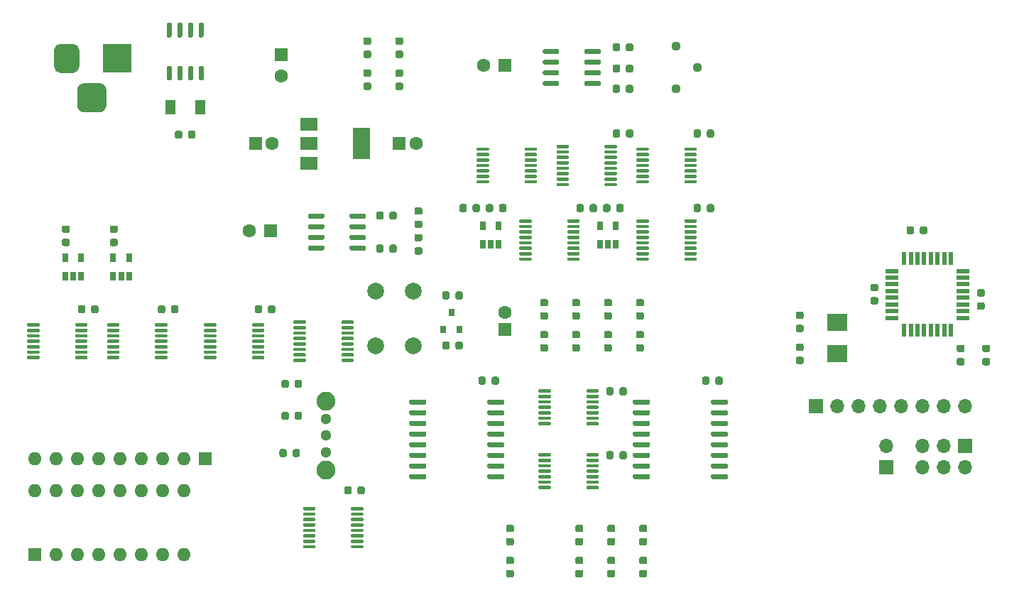
<source format=gbr>
G04 #@! TF.GenerationSoftware,KiCad,Pcbnew,(5.1.6)-1*
G04 #@! TF.CreationDate,2020-07-18T22:50:30+07:00*
G04 #@! TF.ProjectId,automata_smd,6175746f-6d61-4746-915f-736d642e6b69,3*
G04 #@! TF.SameCoordinates,Original*
G04 #@! TF.FileFunction,Soldermask,Top*
G04 #@! TF.FilePolarity,Negative*
%FSLAX46Y46*%
G04 Gerber Fmt 4.6, Leading zero omitted, Abs format (unit mm)*
G04 Created by KiCad (PCBNEW (5.1.6)-1) date 2020-07-18 22:50:30*
%MOMM*%
%LPD*%
G01*
G04 APERTURE LIST*
%ADD10R,2.400000X2.000000*%
%ADD11R,2.000000X1.500000*%
%ADD12R,2.000000X3.800000*%
%ADD13R,0.650000X1.060000*%
%ADD14O,1.600000X1.600000*%
%ADD15R,1.600000X1.600000*%
%ADD16C,2.000000*%
%ADD17R,0.800000X0.900000*%
%ADD18O,1.700000X1.700000*%
%ADD19R,1.700000X1.700000*%
%ADD20R,3.500000X3.500000*%
%ADD21C,1.600000*%
%ADD22C,1.120000*%
%ADD23R,1.300000X1.700000*%
%ADD24R,1.600000X0.550000*%
%ADD25R,0.550000X1.600000*%
%ADD26C,2.250000*%
%ADD27C,1.300000*%
G04 APERTURE END LIST*
G36*
G01*
X57497000Y-116133000D02*
X57497000Y-115933000D01*
G75*
G02*
X57597000Y-115833000I100000J0D01*
G01*
X58872000Y-115833000D01*
G75*
G02*
X58972000Y-115933000I0J-100000D01*
G01*
X58972000Y-116133000D01*
G75*
G02*
X58872000Y-116233000I-100000J0D01*
G01*
X57597000Y-116233000D01*
G75*
G02*
X57497000Y-116133000I0J100000D01*
G01*
G37*
G36*
G01*
X57497000Y-116783000D02*
X57497000Y-116583000D01*
G75*
G02*
X57597000Y-116483000I100000J0D01*
G01*
X58872000Y-116483000D01*
G75*
G02*
X58972000Y-116583000I0J-100000D01*
G01*
X58972000Y-116783000D01*
G75*
G02*
X58872000Y-116883000I-100000J0D01*
G01*
X57597000Y-116883000D01*
G75*
G02*
X57497000Y-116783000I0J100000D01*
G01*
G37*
G36*
G01*
X57497000Y-117433000D02*
X57497000Y-117233000D01*
G75*
G02*
X57597000Y-117133000I100000J0D01*
G01*
X58872000Y-117133000D01*
G75*
G02*
X58972000Y-117233000I0J-100000D01*
G01*
X58972000Y-117433000D01*
G75*
G02*
X58872000Y-117533000I-100000J0D01*
G01*
X57597000Y-117533000D01*
G75*
G02*
X57497000Y-117433000I0J100000D01*
G01*
G37*
G36*
G01*
X57497000Y-118083000D02*
X57497000Y-117883000D01*
G75*
G02*
X57597000Y-117783000I100000J0D01*
G01*
X58872000Y-117783000D01*
G75*
G02*
X58972000Y-117883000I0J-100000D01*
G01*
X58972000Y-118083000D01*
G75*
G02*
X58872000Y-118183000I-100000J0D01*
G01*
X57597000Y-118183000D01*
G75*
G02*
X57497000Y-118083000I0J100000D01*
G01*
G37*
G36*
G01*
X57497000Y-118733000D02*
X57497000Y-118533000D01*
G75*
G02*
X57597000Y-118433000I100000J0D01*
G01*
X58872000Y-118433000D01*
G75*
G02*
X58972000Y-118533000I0J-100000D01*
G01*
X58972000Y-118733000D01*
G75*
G02*
X58872000Y-118833000I-100000J0D01*
G01*
X57597000Y-118833000D01*
G75*
G02*
X57497000Y-118733000I0J100000D01*
G01*
G37*
G36*
G01*
X57497000Y-119383000D02*
X57497000Y-119183000D01*
G75*
G02*
X57597000Y-119083000I100000J0D01*
G01*
X58872000Y-119083000D01*
G75*
G02*
X58972000Y-119183000I0J-100000D01*
G01*
X58972000Y-119383000D01*
G75*
G02*
X58872000Y-119483000I-100000J0D01*
G01*
X57597000Y-119483000D01*
G75*
G02*
X57497000Y-119383000I0J100000D01*
G01*
G37*
G36*
G01*
X57497000Y-120033000D02*
X57497000Y-119833000D01*
G75*
G02*
X57597000Y-119733000I100000J0D01*
G01*
X58872000Y-119733000D01*
G75*
G02*
X58972000Y-119833000I0J-100000D01*
G01*
X58972000Y-120033000D01*
G75*
G02*
X58872000Y-120133000I-100000J0D01*
G01*
X57597000Y-120133000D01*
G75*
G02*
X57497000Y-120033000I0J100000D01*
G01*
G37*
G36*
G01*
X51772000Y-120033000D02*
X51772000Y-119833000D01*
G75*
G02*
X51872000Y-119733000I100000J0D01*
G01*
X53147000Y-119733000D01*
G75*
G02*
X53247000Y-119833000I0J-100000D01*
G01*
X53247000Y-120033000D01*
G75*
G02*
X53147000Y-120133000I-100000J0D01*
G01*
X51872000Y-120133000D01*
G75*
G02*
X51772000Y-120033000I0J100000D01*
G01*
G37*
G36*
G01*
X51772000Y-119383000D02*
X51772000Y-119183000D01*
G75*
G02*
X51872000Y-119083000I100000J0D01*
G01*
X53147000Y-119083000D01*
G75*
G02*
X53247000Y-119183000I0J-100000D01*
G01*
X53247000Y-119383000D01*
G75*
G02*
X53147000Y-119483000I-100000J0D01*
G01*
X51872000Y-119483000D01*
G75*
G02*
X51772000Y-119383000I0J100000D01*
G01*
G37*
G36*
G01*
X51772000Y-118733000D02*
X51772000Y-118533000D01*
G75*
G02*
X51872000Y-118433000I100000J0D01*
G01*
X53147000Y-118433000D01*
G75*
G02*
X53247000Y-118533000I0J-100000D01*
G01*
X53247000Y-118733000D01*
G75*
G02*
X53147000Y-118833000I-100000J0D01*
G01*
X51872000Y-118833000D01*
G75*
G02*
X51772000Y-118733000I0J100000D01*
G01*
G37*
G36*
G01*
X51772000Y-118083000D02*
X51772000Y-117883000D01*
G75*
G02*
X51872000Y-117783000I100000J0D01*
G01*
X53147000Y-117783000D01*
G75*
G02*
X53247000Y-117883000I0J-100000D01*
G01*
X53247000Y-118083000D01*
G75*
G02*
X53147000Y-118183000I-100000J0D01*
G01*
X51872000Y-118183000D01*
G75*
G02*
X51772000Y-118083000I0J100000D01*
G01*
G37*
G36*
G01*
X51772000Y-117433000D02*
X51772000Y-117233000D01*
G75*
G02*
X51872000Y-117133000I100000J0D01*
G01*
X53147000Y-117133000D01*
G75*
G02*
X53247000Y-117233000I0J-100000D01*
G01*
X53247000Y-117433000D01*
G75*
G02*
X53147000Y-117533000I-100000J0D01*
G01*
X51872000Y-117533000D01*
G75*
G02*
X51772000Y-117433000I0J100000D01*
G01*
G37*
G36*
G01*
X51772000Y-116783000D02*
X51772000Y-116583000D01*
G75*
G02*
X51872000Y-116483000I100000J0D01*
G01*
X53147000Y-116483000D01*
G75*
G02*
X53247000Y-116583000I0J-100000D01*
G01*
X53247000Y-116783000D01*
G75*
G02*
X53147000Y-116883000I-100000J0D01*
G01*
X51872000Y-116883000D01*
G75*
G02*
X51772000Y-116783000I0J100000D01*
G01*
G37*
G36*
G01*
X51772000Y-116133000D02*
X51772000Y-115933000D01*
G75*
G02*
X51872000Y-115833000I100000J0D01*
G01*
X53147000Y-115833000D01*
G75*
G02*
X53247000Y-115933000I0J-100000D01*
G01*
X53247000Y-116133000D01*
G75*
G02*
X53147000Y-116233000I-100000J0D01*
G01*
X51872000Y-116233000D01*
G75*
G02*
X51772000Y-116133000I0J100000D01*
G01*
G37*
D10*
X127254000Y-119452000D03*
X127254000Y-115752000D03*
D11*
X64287000Y-92124500D03*
X64287000Y-96724500D03*
X64287000Y-94424500D03*
D12*
X70587000Y-94424500D03*
G36*
G01*
X97375000Y-131627000D02*
X97375000Y-131427000D01*
G75*
G02*
X97475000Y-131327000I100000J0D01*
G01*
X98750000Y-131327000D01*
G75*
G02*
X98850000Y-131427000I0J-100000D01*
G01*
X98850000Y-131627000D01*
G75*
G02*
X98750000Y-131727000I-100000J0D01*
G01*
X97475000Y-131727000D01*
G75*
G02*
X97375000Y-131627000I0J100000D01*
G01*
G37*
G36*
G01*
X97375000Y-132277000D02*
X97375000Y-132077000D01*
G75*
G02*
X97475000Y-131977000I100000J0D01*
G01*
X98750000Y-131977000D01*
G75*
G02*
X98850000Y-132077000I0J-100000D01*
G01*
X98850000Y-132277000D01*
G75*
G02*
X98750000Y-132377000I-100000J0D01*
G01*
X97475000Y-132377000D01*
G75*
G02*
X97375000Y-132277000I0J100000D01*
G01*
G37*
G36*
G01*
X97375000Y-132927000D02*
X97375000Y-132727000D01*
G75*
G02*
X97475000Y-132627000I100000J0D01*
G01*
X98750000Y-132627000D01*
G75*
G02*
X98850000Y-132727000I0J-100000D01*
G01*
X98850000Y-132927000D01*
G75*
G02*
X98750000Y-133027000I-100000J0D01*
G01*
X97475000Y-133027000D01*
G75*
G02*
X97375000Y-132927000I0J100000D01*
G01*
G37*
G36*
G01*
X97375000Y-133577000D02*
X97375000Y-133377000D01*
G75*
G02*
X97475000Y-133277000I100000J0D01*
G01*
X98750000Y-133277000D01*
G75*
G02*
X98850000Y-133377000I0J-100000D01*
G01*
X98850000Y-133577000D01*
G75*
G02*
X98750000Y-133677000I-100000J0D01*
G01*
X97475000Y-133677000D01*
G75*
G02*
X97375000Y-133577000I0J100000D01*
G01*
G37*
G36*
G01*
X97375000Y-134227000D02*
X97375000Y-134027000D01*
G75*
G02*
X97475000Y-133927000I100000J0D01*
G01*
X98750000Y-133927000D01*
G75*
G02*
X98850000Y-134027000I0J-100000D01*
G01*
X98850000Y-134227000D01*
G75*
G02*
X98750000Y-134327000I-100000J0D01*
G01*
X97475000Y-134327000D01*
G75*
G02*
X97375000Y-134227000I0J100000D01*
G01*
G37*
G36*
G01*
X97375000Y-134877000D02*
X97375000Y-134677000D01*
G75*
G02*
X97475000Y-134577000I100000J0D01*
G01*
X98750000Y-134577000D01*
G75*
G02*
X98850000Y-134677000I0J-100000D01*
G01*
X98850000Y-134877000D01*
G75*
G02*
X98750000Y-134977000I-100000J0D01*
G01*
X97475000Y-134977000D01*
G75*
G02*
X97375000Y-134877000I0J100000D01*
G01*
G37*
G36*
G01*
X97375000Y-135527000D02*
X97375000Y-135327000D01*
G75*
G02*
X97475000Y-135227000I100000J0D01*
G01*
X98750000Y-135227000D01*
G75*
G02*
X98850000Y-135327000I0J-100000D01*
G01*
X98850000Y-135527000D01*
G75*
G02*
X98750000Y-135627000I-100000J0D01*
G01*
X97475000Y-135627000D01*
G75*
G02*
X97375000Y-135527000I0J100000D01*
G01*
G37*
G36*
G01*
X91650000Y-135527000D02*
X91650000Y-135327000D01*
G75*
G02*
X91750000Y-135227000I100000J0D01*
G01*
X93025000Y-135227000D01*
G75*
G02*
X93125000Y-135327000I0J-100000D01*
G01*
X93125000Y-135527000D01*
G75*
G02*
X93025000Y-135627000I-100000J0D01*
G01*
X91750000Y-135627000D01*
G75*
G02*
X91650000Y-135527000I0J100000D01*
G01*
G37*
G36*
G01*
X91650000Y-134877000D02*
X91650000Y-134677000D01*
G75*
G02*
X91750000Y-134577000I100000J0D01*
G01*
X93025000Y-134577000D01*
G75*
G02*
X93125000Y-134677000I0J-100000D01*
G01*
X93125000Y-134877000D01*
G75*
G02*
X93025000Y-134977000I-100000J0D01*
G01*
X91750000Y-134977000D01*
G75*
G02*
X91650000Y-134877000I0J100000D01*
G01*
G37*
G36*
G01*
X91650000Y-134227000D02*
X91650000Y-134027000D01*
G75*
G02*
X91750000Y-133927000I100000J0D01*
G01*
X93025000Y-133927000D01*
G75*
G02*
X93125000Y-134027000I0J-100000D01*
G01*
X93125000Y-134227000D01*
G75*
G02*
X93025000Y-134327000I-100000J0D01*
G01*
X91750000Y-134327000D01*
G75*
G02*
X91650000Y-134227000I0J100000D01*
G01*
G37*
G36*
G01*
X91650000Y-133577000D02*
X91650000Y-133377000D01*
G75*
G02*
X91750000Y-133277000I100000J0D01*
G01*
X93025000Y-133277000D01*
G75*
G02*
X93125000Y-133377000I0J-100000D01*
G01*
X93125000Y-133577000D01*
G75*
G02*
X93025000Y-133677000I-100000J0D01*
G01*
X91750000Y-133677000D01*
G75*
G02*
X91650000Y-133577000I0J100000D01*
G01*
G37*
G36*
G01*
X91650000Y-132927000D02*
X91650000Y-132727000D01*
G75*
G02*
X91750000Y-132627000I100000J0D01*
G01*
X93025000Y-132627000D01*
G75*
G02*
X93125000Y-132727000I0J-100000D01*
G01*
X93125000Y-132927000D01*
G75*
G02*
X93025000Y-133027000I-100000J0D01*
G01*
X91750000Y-133027000D01*
G75*
G02*
X91650000Y-132927000I0J100000D01*
G01*
G37*
G36*
G01*
X91650000Y-132277000D02*
X91650000Y-132077000D01*
G75*
G02*
X91750000Y-131977000I100000J0D01*
G01*
X93025000Y-131977000D01*
G75*
G02*
X93125000Y-132077000I0J-100000D01*
G01*
X93125000Y-132277000D01*
G75*
G02*
X93025000Y-132377000I-100000J0D01*
G01*
X91750000Y-132377000D01*
G75*
G02*
X91650000Y-132277000I0J100000D01*
G01*
G37*
G36*
G01*
X91650000Y-131627000D02*
X91650000Y-131427000D01*
G75*
G02*
X91750000Y-131327000I100000J0D01*
G01*
X93025000Y-131327000D01*
G75*
G02*
X93125000Y-131427000I0J-100000D01*
G01*
X93125000Y-131627000D01*
G75*
G02*
X93025000Y-131727000I-100000J0D01*
G01*
X91750000Y-131727000D01*
G75*
G02*
X91650000Y-131627000I0J100000D01*
G01*
G37*
G36*
G01*
X97375000Y-124007000D02*
X97375000Y-123807000D01*
G75*
G02*
X97475000Y-123707000I100000J0D01*
G01*
X98750000Y-123707000D01*
G75*
G02*
X98850000Y-123807000I0J-100000D01*
G01*
X98850000Y-124007000D01*
G75*
G02*
X98750000Y-124107000I-100000J0D01*
G01*
X97475000Y-124107000D01*
G75*
G02*
X97375000Y-124007000I0J100000D01*
G01*
G37*
G36*
G01*
X97375000Y-124657000D02*
X97375000Y-124457000D01*
G75*
G02*
X97475000Y-124357000I100000J0D01*
G01*
X98750000Y-124357000D01*
G75*
G02*
X98850000Y-124457000I0J-100000D01*
G01*
X98850000Y-124657000D01*
G75*
G02*
X98750000Y-124757000I-100000J0D01*
G01*
X97475000Y-124757000D01*
G75*
G02*
X97375000Y-124657000I0J100000D01*
G01*
G37*
G36*
G01*
X97375000Y-125307000D02*
X97375000Y-125107000D01*
G75*
G02*
X97475000Y-125007000I100000J0D01*
G01*
X98750000Y-125007000D01*
G75*
G02*
X98850000Y-125107000I0J-100000D01*
G01*
X98850000Y-125307000D01*
G75*
G02*
X98750000Y-125407000I-100000J0D01*
G01*
X97475000Y-125407000D01*
G75*
G02*
X97375000Y-125307000I0J100000D01*
G01*
G37*
G36*
G01*
X97375000Y-125957000D02*
X97375000Y-125757000D01*
G75*
G02*
X97475000Y-125657000I100000J0D01*
G01*
X98750000Y-125657000D01*
G75*
G02*
X98850000Y-125757000I0J-100000D01*
G01*
X98850000Y-125957000D01*
G75*
G02*
X98750000Y-126057000I-100000J0D01*
G01*
X97475000Y-126057000D01*
G75*
G02*
X97375000Y-125957000I0J100000D01*
G01*
G37*
G36*
G01*
X97375000Y-126607000D02*
X97375000Y-126407000D01*
G75*
G02*
X97475000Y-126307000I100000J0D01*
G01*
X98750000Y-126307000D01*
G75*
G02*
X98850000Y-126407000I0J-100000D01*
G01*
X98850000Y-126607000D01*
G75*
G02*
X98750000Y-126707000I-100000J0D01*
G01*
X97475000Y-126707000D01*
G75*
G02*
X97375000Y-126607000I0J100000D01*
G01*
G37*
G36*
G01*
X97375000Y-127257000D02*
X97375000Y-127057000D01*
G75*
G02*
X97475000Y-126957000I100000J0D01*
G01*
X98750000Y-126957000D01*
G75*
G02*
X98850000Y-127057000I0J-100000D01*
G01*
X98850000Y-127257000D01*
G75*
G02*
X98750000Y-127357000I-100000J0D01*
G01*
X97475000Y-127357000D01*
G75*
G02*
X97375000Y-127257000I0J100000D01*
G01*
G37*
G36*
G01*
X97375000Y-127907000D02*
X97375000Y-127707000D01*
G75*
G02*
X97475000Y-127607000I100000J0D01*
G01*
X98750000Y-127607000D01*
G75*
G02*
X98850000Y-127707000I0J-100000D01*
G01*
X98850000Y-127907000D01*
G75*
G02*
X98750000Y-128007000I-100000J0D01*
G01*
X97475000Y-128007000D01*
G75*
G02*
X97375000Y-127907000I0J100000D01*
G01*
G37*
G36*
G01*
X91650000Y-127907000D02*
X91650000Y-127707000D01*
G75*
G02*
X91750000Y-127607000I100000J0D01*
G01*
X93025000Y-127607000D01*
G75*
G02*
X93125000Y-127707000I0J-100000D01*
G01*
X93125000Y-127907000D01*
G75*
G02*
X93025000Y-128007000I-100000J0D01*
G01*
X91750000Y-128007000D01*
G75*
G02*
X91650000Y-127907000I0J100000D01*
G01*
G37*
G36*
G01*
X91650000Y-127257000D02*
X91650000Y-127057000D01*
G75*
G02*
X91750000Y-126957000I100000J0D01*
G01*
X93025000Y-126957000D01*
G75*
G02*
X93125000Y-127057000I0J-100000D01*
G01*
X93125000Y-127257000D01*
G75*
G02*
X93025000Y-127357000I-100000J0D01*
G01*
X91750000Y-127357000D01*
G75*
G02*
X91650000Y-127257000I0J100000D01*
G01*
G37*
G36*
G01*
X91650000Y-126607000D02*
X91650000Y-126407000D01*
G75*
G02*
X91750000Y-126307000I100000J0D01*
G01*
X93025000Y-126307000D01*
G75*
G02*
X93125000Y-126407000I0J-100000D01*
G01*
X93125000Y-126607000D01*
G75*
G02*
X93025000Y-126707000I-100000J0D01*
G01*
X91750000Y-126707000D01*
G75*
G02*
X91650000Y-126607000I0J100000D01*
G01*
G37*
G36*
G01*
X91650000Y-125957000D02*
X91650000Y-125757000D01*
G75*
G02*
X91750000Y-125657000I100000J0D01*
G01*
X93025000Y-125657000D01*
G75*
G02*
X93125000Y-125757000I0J-100000D01*
G01*
X93125000Y-125957000D01*
G75*
G02*
X93025000Y-126057000I-100000J0D01*
G01*
X91750000Y-126057000D01*
G75*
G02*
X91650000Y-125957000I0J100000D01*
G01*
G37*
G36*
G01*
X91650000Y-125307000D02*
X91650000Y-125107000D01*
G75*
G02*
X91750000Y-125007000I100000J0D01*
G01*
X93025000Y-125007000D01*
G75*
G02*
X93125000Y-125107000I0J-100000D01*
G01*
X93125000Y-125307000D01*
G75*
G02*
X93025000Y-125407000I-100000J0D01*
G01*
X91750000Y-125407000D01*
G75*
G02*
X91650000Y-125307000I0J100000D01*
G01*
G37*
G36*
G01*
X91650000Y-124657000D02*
X91650000Y-124457000D01*
G75*
G02*
X91750000Y-124357000I100000J0D01*
G01*
X93025000Y-124357000D01*
G75*
G02*
X93125000Y-124457000I0J-100000D01*
G01*
X93125000Y-124657000D01*
G75*
G02*
X93025000Y-124757000I-100000J0D01*
G01*
X91750000Y-124757000D01*
G75*
G02*
X91650000Y-124657000I0J100000D01*
G01*
G37*
G36*
G01*
X91650000Y-124007000D02*
X91650000Y-123807000D01*
G75*
G02*
X91750000Y-123707000I100000J0D01*
G01*
X93025000Y-123707000D01*
G75*
G02*
X93125000Y-123807000I0J-100000D01*
G01*
X93125000Y-124007000D01*
G75*
G02*
X93025000Y-124107000I-100000J0D01*
G01*
X91750000Y-124107000D01*
G75*
G02*
X91650000Y-124007000I0J100000D01*
G01*
G37*
G36*
G01*
X109059000Y-95178000D02*
X109059000Y-94978000D01*
G75*
G02*
X109159000Y-94878000I100000J0D01*
G01*
X110434000Y-94878000D01*
G75*
G02*
X110534000Y-94978000I0J-100000D01*
G01*
X110534000Y-95178000D01*
G75*
G02*
X110434000Y-95278000I-100000J0D01*
G01*
X109159000Y-95278000D01*
G75*
G02*
X109059000Y-95178000I0J100000D01*
G01*
G37*
G36*
G01*
X109059000Y-95828000D02*
X109059000Y-95628000D01*
G75*
G02*
X109159000Y-95528000I100000J0D01*
G01*
X110434000Y-95528000D01*
G75*
G02*
X110534000Y-95628000I0J-100000D01*
G01*
X110534000Y-95828000D01*
G75*
G02*
X110434000Y-95928000I-100000J0D01*
G01*
X109159000Y-95928000D01*
G75*
G02*
X109059000Y-95828000I0J100000D01*
G01*
G37*
G36*
G01*
X109059000Y-96478000D02*
X109059000Y-96278000D01*
G75*
G02*
X109159000Y-96178000I100000J0D01*
G01*
X110434000Y-96178000D01*
G75*
G02*
X110534000Y-96278000I0J-100000D01*
G01*
X110534000Y-96478000D01*
G75*
G02*
X110434000Y-96578000I-100000J0D01*
G01*
X109159000Y-96578000D01*
G75*
G02*
X109059000Y-96478000I0J100000D01*
G01*
G37*
G36*
G01*
X109059000Y-97128000D02*
X109059000Y-96928000D01*
G75*
G02*
X109159000Y-96828000I100000J0D01*
G01*
X110434000Y-96828000D01*
G75*
G02*
X110534000Y-96928000I0J-100000D01*
G01*
X110534000Y-97128000D01*
G75*
G02*
X110434000Y-97228000I-100000J0D01*
G01*
X109159000Y-97228000D01*
G75*
G02*
X109059000Y-97128000I0J100000D01*
G01*
G37*
G36*
G01*
X109059000Y-97778000D02*
X109059000Y-97578000D01*
G75*
G02*
X109159000Y-97478000I100000J0D01*
G01*
X110434000Y-97478000D01*
G75*
G02*
X110534000Y-97578000I0J-100000D01*
G01*
X110534000Y-97778000D01*
G75*
G02*
X110434000Y-97878000I-100000J0D01*
G01*
X109159000Y-97878000D01*
G75*
G02*
X109059000Y-97778000I0J100000D01*
G01*
G37*
G36*
G01*
X109059000Y-98428000D02*
X109059000Y-98228000D01*
G75*
G02*
X109159000Y-98128000I100000J0D01*
G01*
X110434000Y-98128000D01*
G75*
G02*
X110534000Y-98228000I0J-100000D01*
G01*
X110534000Y-98428000D01*
G75*
G02*
X110434000Y-98528000I-100000J0D01*
G01*
X109159000Y-98528000D01*
G75*
G02*
X109059000Y-98428000I0J100000D01*
G01*
G37*
G36*
G01*
X109059000Y-99078000D02*
X109059000Y-98878000D01*
G75*
G02*
X109159000Y-98778000I100000J0D01*
G01*
X110434000Y-98778000D01*
G75*
G02*
X110534000Y-98878000I0J-100000D01*
G01*
X110534000Y-99078000D01*
G75*
G02*
X110434000Y-99178000I-100000J0D01*
G01*
X109159000Y-99178000D01*
G75*
G02*
X109059000Y-99078000I0J100000D01*
G01*
G37*
G36*
G01*
X103334000Y-99078000D02*
X103334000Y-98878000D01*
G75*
G02*
X103434000Y-98778000I100000J0D01*
G01*
X104709000Y-98778000D01*
G75*
G02*
X104809000Y-98878000I0J-100000D01*
G01*
X104809000Y-99078000D01*
G75*
G02*
X104709000Y-99178000I-100000J0D01*
G01*
X103434000Y-99178000D01*
G75*
G02*
X103334000Y-99078000I0J100000D01*
G01*
G37*
G36*
G01*
X103334000Y-98428000D02*
X103334000Y-98228000D01*
G75*
G02*
X103434000Y-98128000I100000J0D01*
G01*
X104709000Y-98128000D01*
G75*
G02*
X104809000Y-98228000I0J-100000D01*
G01*
X104809000Y-98428000D01*
G75*
G02*
X104709000Y-98528000I-100000J0D01*
G01*
X103434000Y-98528000D01*
G75*
G02*
X103334000Y-98428000I0J100000D01*
G01*
G37*
G36*
G01*
X103334000Y-97778000D02*
X103334000Y-97578000D01*
G75*
G02*
X103434000Y-97478000I100000J0D01*
G01*
X104709000Y-97478000D01*
G75*
G02*
X104809000Y-97578000I0J-100000D01*
G01*
X104809000Y-97778000D01*
G75*
G02*
X104709000Y-97878000I-100000J0D01*
G01*
X103434000Y-97878000D01*
G75*
G02*
X103334000Y-97778000I0J100000D01*
G01*
G37*
G36*
G01*
X103334000Y-97128000D02*
X103334000Y-96928000D01*
G75*
G02*
X103434000Y-96828000I100000J0D01*
G01*
X104709000Y-96828000D01*
G75*
G02*
X104809000Y-96928000I0J-100000D01*
G01*
X104809000Y-97128000D01*
G75*
G02*
X104709000Y-97228000I-100000J0D01*
G01*
X103434000Y-97228000D01*
G75*
G02*
X103334000Y-97128000I0J100000D01*
G01*
G37*
G36*
G01*
X103334000Y-96478000D02*
X103334000Y-96278000D01*
G75*
G02*
X103434000Y-96178000I100000J0D01*
G01*
X104709000Y-96178000D01*
G75*
G02*
X104809000Y-96278000I0J-100000D01*
G01*
X104809000Y-96478000D01*
G75*
G02*
X104709000Y-96578000I-100000J0D01*
G01*
X103434000Y-96578000D01*
G75*
G02*
X103334000Y-96478000I0J100000D01*
G01*
G37*
G36*
G01*
X103334000Y-95828000D02*
X103334000Y-95628000D01*
G75*
G02*
X103434000Y-95528000I100000J0D01*
G01*
X104709000Y-95528000D01*
G75*
G02*
X104809000Y-95628000I0J-100000D01*
G01*
X104809000Y-95828000D01*
G75*
G02*
X104709000Y-95928000I-100000J0D01*
G01*
X103434000Y-95928000D01*
G75*
G02*
X103334000Y-95828000I0J100000D01*
G01*
G37*
G36*
G01*
X103334000Y-95178000D02*
X103334000Y-94978000D01*
G75*
G02*
X103434000Y-94878000I100000J0D01*
G01*
X104709000Y-94878000D01*
G75*
G02*
X104809000Y-94978000I0J-100000D01*
G01*
X104809000Y-95178000D01*
G75*
G02*
X104709000Y-95278000I-100000J0D01*
G01*
X103434000Y-95278000D01*
G75*
G02*
X103334000Y-95178000I0J100000D01*
G01*
G37*
G36*
G01*
X85759000Y-98878000D02*
X85759000Y-99078000D01*
G75*
G02*
X85659000Y-99178000I-100000J0D01*
G01*
X84384000Y-99178000D01*
G75*
G02*
X84284000Y-99078000I0J100000D01*
G01*
X84284000Y-98878000D01*
G75*
G02*
X84384000Y-98778000I100000J0D01*
G01*
X85659000Y-98778000D01*
G75*
G02*
X85759000Y-98878000I0J-100000D01*
G01*
G37*
G36*
G01*
X85759000Y-98228000D02*
X85759000Y-98428000D01*
G75*
G02*
X85659000Y-98528000I-100000J0D01*
G01*
X84384000Y-98528000D01*
G75*
G02*
X84284000Y-98428000I0J100000D01*
G01*
X84284000Y-98228000D01*
G75*
G02*
X84384000Y-98128000I100000J0D01*
G01*
X85659000Y-98128000D01*
G75*
G02*
X85759000Y-98228000I0J-100000D01*
G01*
G37*
G36*
G01*
X85759000Y-97578000D02*
X85759000Y-97778000D01*
G75*
G02*
X85659000Y-97878000I-100000J0D01*
G01*
X84384000Y-97878000D01*
G75*
G02*
X84284000Y-97778000I0J100000D01*
G01*
X84284000Y-97578000D01*
G75*
G02*
X84384000Y-97478000I100000J0D01*
G01*
X85659000Y-97478000D01*
G75*
G02*
X85759000Y-97578000I0J-100000D01*
G01*
G37*
G36*
G01*
X85759000Y-96928000D02*
X85759000Y-97128000D01*
G75*
G02*
X85659000Y-97228000I-100000J0D01*
G01*
X84384000Y-97228000D01*
G75*
G02*
X84284000Y-97128000I0J100000D01*
G01*
X84284000Y-96928000D01*
G75*
G02*
X84384000Y-96828000I100000J0D01*
G01*
X85659000Y-96828000D01*
G75*
G02*
X85759000Y-96928000I0J-100000D01*
G01*
G37*
G36*
G01*
X85759000Y-96278000D02*
X85759000Y-96478000D01*
G75*
G02*
X85659000Y-96578000I-100000J0D01*
G01*
X84384000Y-96578000D01*
G75*
G02*
X84284000Y-96478000I0J100000D01*
G01*
X84284000Y-96278000D01*
G75*
G02*
X84384000Y-96178000I100000J0D01*
G01*
X85659000Y-96178000D01*
G75*
G02*
X85759000Y-96278000I0J-100000D01*
G01*
G37*
G36*
G01*
X85759000Y-95628000D02*
X85759000Y-95828000D01*
G75*
G02*
X85659000Y-95928000I-100000J0D01*
G01*
X84384000Y-95928000D01*
G75*
G02*
X84284000Y-95828000I0J100000D01*
G01*
X84284000Y-95628000D01*
G75*
G02*
X84384000Y-95528000I100000J0D01*
G01*
X85659000Y-95528000D01*
G75*
G02*
X85759000Y-95628000I0J-100000D01*
G01*
G37*
G36*
G01*
X85759000Y-94978000D02*
X85759000Y-95178000D01*
G75*
G02*
X85659000Y-95278000I-100000J0D01*
G01*
X84384000Y-95278000D01*
G75*
G02*
X84284000Y-95178000I0J100000D01*
G01*
X84284000Y-94978000D01*
G75*
G02*
X84384000Y-94878000I100000J0D01*
G01*
X85659000Y-94878000D01*
G75*
G02*
X85759000Y-94978000I0J-100000D01*
G01*
G37*
G36*
G01*
X91484000Y-94978000D02*
X91484000Y-95178000D01*
G75*
G02*
X91384000Y-95278000I-100000J0D01*
G01*
X90109000Y-95278000D01*
G75*
G02*
X90009000Y-95178000I0J100000D01*
G01*
X90009000Y-94978000D01*
G75*
G02*
X90109000Y-94878000I100000J0D01*
G01*
X91384000Y-94878000D01*
G75*
G02*
X91484000Y-94978000I0J-100000D01*
G01*
G37*
G36*
G01*
X91484000Y-95628000D02*
X91484000Y-95828000D01*
G75*
G02*
X91384000Y-95928000I-100000J0D01*
G01*
X90109000Y-95928000D01*
G75*
G02*
X90009000Y-95828000I0J100000D01*
G01*
X90009000Y-95628000D01*
G75*
G02*
X90109000Y-95528000I100000J0D01*
G01*
X91384000Y-95528000D01*
G75*
G02*
X91484000Y-95628000I0J-100000D01*
G01*
G37*
G36*
G01*
X91484000Y-96278000D02*
X91484000Y-96478000D01*
G75*
G02*
X91384000Y-96578000I-100000J0D01*
G01*
X90109000Y-96578000D01*
G75*
G02*
X90009000Y-96478000I0J100000D01*
G01*
X90009000Y-96278000D01*
G75*
G02*
X90109000Y-96178000I100000J0D01*
G01*
X91384000Y-96178000D01*
G75*
G02*
X91484000Y-96278000I0J-100000D01*
G01*
G37*
G36*
G01*
X91484000Y-96928000D02*
X91484000Y-97128000D01*
G75*
G02*
X91384000Y-97228000I-100000J0D01*
G01*
X90109000Y-97228000D01*
G75*
G02*
X90009000Y-97128000I0J100000D01*
G01*
X90009000Y-96928000D01*
G75*
G02*
X90109000Y-96828000I100000J0D01*
G01*
X91384000Y-96828000D01*
G75*
G02*
X91484000Y-96928000I0J-100000D01*
G01*
G37*
G36*
G01*
X91484000Y-97578000D02*
X91484000Y-97778000D01*
G75*
G02*
X91384000Y-97878000I-100000J0D01*
G01*
X90109000Y-97878000D01*
G75*
G02*
X90009000Y-97778000I0J100000D01*
G01*
X90009000Y-97578000D01*
G75*
G02*
X90109000Y-97478000I100000J0D01*
G01*
X91384000Y-97478000D01*
G75*
G02*
X91484000Y-97578000I0J-100000D01*
G01*
G37*
G36*
G01*
X91484000Y-98228000D02*
X91484000Y-98428000D01*
G75*
G02*
X91384000Y-98528000I-100000J0D01*
G01*
X90109000Y-98528000D01*
G75*
G02*
X90009000Y-98428000I0J100000D01*
G01*
X90009000Y-98228000D01*
G75*
G02*
X90109000Y-98128000I100000J0D01*
G01*
X91384000Y-98128000D01*
G75*
G02*
X91484000Y-98228000I0J-100000D01*
G01*
G37*
G36*
G01*
X91484000Y-98878000D02*
X91484000Y-99078000D01*
G75*
G02*
X91384000Y-99178000I-100000J0D01*
G01*
X90109000Y-99178000D01*
G75*
G02*
X90009000Y-99078000I0J100000D01*
G01*
X90009000Y-98878000D01*
G75*
G02*
X90109000Y-98778000I100000J0D01*
G01*
X91384000Y-98778000D01*
G75*
G02*
X91484000Y-98878000I0J-100000D01*
G01*
G37*
G36*
G01*
X99534000Y-94853000D02*
X99534000Y-94653000D01*
G75*
G02*
X99634000Y-94553000I100000J0D01*
G01*
X100909000Y-94553000D01*
G75*
G02*
X101009000Y-94653000I0J-100000D01*
G01*
X101009000Y-94853000D01*
G75*
G02*
X100909000Y-94953000I-100000J0D01*
G01*
X99634000Y-94953000D01*
G75*
G02*
X99534000Y-94853000I0J100000D01*
G01*
G37*
G36*
G01*
X99534000Y-95503000D02*
X99534000Y-95303000D01*
G75*
G02*
X99634000Y-95203000I100000J0D01*
G01*
X100909000Y-95203000D01*
G75*
G02*
X101009000Y-95303000I0J-100000D01*
G01*
X101009000Y-95503000D01*
G75*
G02*
X100909000Y-95603000I-100000J0D01*
G01*
X99634000Y-95603000D01*
G75*
G02*
X99534000Y-95503000I0J100000D01*
G01*
G37*
G36*
G01*
X99534000Y-96153000D02*
X99534000Y-95953000D01*
G75*
G02*
X99634000Y-95853000I100000J0D01*
G01*
X100909000Y-95853000D01*
G75*
G02*
X101009000Y-95953000I0J-100000D01*
G01*
X101009000Y-96153000D01*
G75*
G02*
X100909000Y-96253000I-100000J0D01*
G01*
X99634000Y-96253000D01*
G75*
G02*
X99534000Y-96153000I0J100000D01*
G01*
G37*
G36*
G01*
X99534000Y-96803000D02*
X99534000Y-96603000D01*
G75*
G02*
X99634000Y-96503000I100000J0D01*
G01*
X100909000Y-96503000D01*
G75*
G02*
X101009000Y-96603000I0J-100000D01*
G01*
X101009000Y-96803000D01*
G75*
G02*
X100909000Y-96903000I-100000J0D01*
G01*
X99634000Y-96903000D01*
G75*
G02*
X99534000Y-96803000I0J100000D01*
G01*
G37*
G36*
G01*
X99534000Y-97453000D02*
X99534000Y-97253000D01*
G75*
G02*
X99634000Y-97153000I100000J0D01*
G01*
X100909000Y-97153000D01*
G75*
G02*
X101009000Y-97253000I0J-100000D01*
G01*
X101009000Y-97453000D01*
G75*
G02*
X100909000Y-97553000I-100000J0D01*
G01*
X99634000Y-97553000D01*
G75*
G02*
X99534000Y-97453000I0J100000D01*
G01*
G37*
G36*
G01*
X99534000Y-98103000D02*
X99534000Y-97903000D01*
G75*
G02*
X99634000Y-97803000I100000J0D01*
G01*
X100909000Y-97803000D01*
G75*
G02*
X101009000Y-97903000I0J-100000D01*
G01*
X101009000Y-98103000D01*
G75*
G02*
X100909000Y-98203000I-100000J0D01*
G01*
X99634000Y-98203000D01*
G75*
G02*
X99534000Y-98103000I0J100000D01*
G01*
G37*
G36*
G01*
X99534000Y-98753000D02*
X99534000Y-98553000D01*
G75*
G02*
X99634000Y-98453000I100000J0D01*
G01*
X100909000Y-98453000D01*
G75*
G02*
X101009000Y-98553000I0J-100000D01*
G01*
X101009000Y-98753000D01*
G75*
G02*
X100909000Y-98853000I-100000J0D01*
G01*
X99634000Y-98853000D01*
G75*
G02*
X99534000Y-98753000I0J100000D01*
G01*
G37*
G36*
G01*
X99534000Y-99403000D02*
X99534000Y-99203000D01*
G75*
G02*
X99634000Y-99103000I100000J0D01*
G01*
X100909000Y-99103000D01*
G75*
G02*
X101009000Y-99203000I0J-100000D01*
G01*
X101009000Y-99403000D01*
G75*
G02*
X100909000Y-99503000I-100000J0D01*
G01*
X99634000Y-99503000D01*
G75*
G02*
X99534000Y-99403000I0J100000D01*
G01*
G37*
G36*
G01*
X93809000Y-99403000D02*
X93809000Y-99203000D01*
G75*
G02*
X93909000Y-99103000I100000J0D01*
G01*
X95184000Y-99103000D01*
G75*
G02*
X95284000Y-99203000I0J-100000D01*
G01*
X95284000Y-99403000D01*
G75*
G02*
X95184000Y-99503000I-100000J0D01*
G01*
X93909000Y-99503000D01*
G75*
G02*
X93809000Y-99403000I0J100000D01*
G01*
G37*
G36*
G01*
X93809000Y-98753000D02*
X93809000Y-98553000D01*
G75*
G02*
X93909000Y-98453000I100000J0D01*
G01*
X95184000Y-98453000D01*
G75*
G02*
X95284000Y-98553000I0J-100000D01*
G01*
X95284000Y-98753000D01*
G75*
G02*
X95184000Y-98853000I-100000J0D01*
G01*
X93909000Y-98853000D01*
G75*
G02*
X93809000Y-98753000I0J100000D01*
G01*
G37*
G36*
G01*
X93809000Y-98103000D02*
X93809000Y-97903000D01*
G75*
G02*
X93909000Y-97803000I100000J0D01*
G01*
X95184000Y-97803000D01*
G75*
G02*
X95284000Y-97903000I0J-100000D01*
G01*
X95284000Y-98103000D01*
G75*
G02*
X95184000Y-98203000I-100000J0D01*
G01*
X93909000Y-98203000D01*
G75*
G02*
X93809000Y-98103000I0J100000D01*
G01*
G37*
G36*
G01*
X93809000Y-97453000D02*
X93809000Y-97253000D01*
G75*
G02*
X93909000Y-97153000I100000J0D01*
G01*
X95184000Y-97153000D01*
G75*
G02*
X95284000Y-97253000I0J-100000D01*
G01*
X95284000Y-97453000D01*
G75*
G02*
X95184000Y-97553000I-100000J0D01*
G01*
X93909000Y-97553000D01*
G75*
G02*
X93809000Y-97453000I0J100000D01*
G01*
G37*
G36*
G01*
X93809000Y-96803000D02*
X93809000Y-96603000D01*
G75*
G02*
X93909000Y-96503000I100000J0D01*
G01*
X95184000Y-96503000D01*
G75*
G02*
X95284000Y-96603000I0J-100000D01*
G01*
X95284000Y-96803000D01*
G75*
G02*
X95184000Y-96903000I-100000J0D01*
G01*
X93909000Y-96903000D01*
G75*
G02*
X93809000Y-96803000I0J100000D01*
G01*
G37*
G36*
G01*
X93809000Y-96153000D02*
X93809000Y-95953000D01*
G75*
G02*
X93909000Y-95853000I100000J0D01*
G01*
X95184000Y-95853000D01*
G75*
G02*
X95284000Y-95953000I0J-100000D01*
G01*
X95284000Y-96153000D01*
G75*
G02*
X95184000Y-96253000I-100000J0D01*
G01*
X93909000Y-96253000D01*
G75*
G02*
X93809000Y-96153000I0J100000D01*
G01*
G37*
G36*
G01*
X93809000Y-95503000D02*
X93809000Y-95303000D01*
G75*
G02*
X93909000Y-95203000I100000J0D01*
G01*
X95184000Y-95203000D01*
G75*
G02*
X95284000Y-95303000I0J-100000D01*
G01*
X95284000Y-95503000D01*
G75*
G02*
X95184000Y-95603000I-100000J0D01*
G01*
X93909000Y-95603000D01*
G75*
G02*
X93809000Y-95503000I0J100000D01*
G01*
G37*
G36*
G01*
X93809000Y-94853000D02*
X93809000Y-94653000D01*
G75*
G02*
X93909000Y-94553000I100000J0D01*
G01*
X95184000Y-94553000D01*
G75*
G02*
X95284000Y-94653000I0J-100000D01*
G01*
X95284000Y-94853000D01*
G75*
G02*
X95184000Y-94953000I-100000J0D01*
G01*
X93909000Y-94953000D01*
G75*
G02*
X93809000Y-94853000I0J100000D01*
G01*
G37*
G36*
G01*
X109059000Y-103743000D02*
X109059000Y-103543000D01*
G75*
G02*
X109159000Y-103443000I100000J0D01*
G01*
X110434000Y-103443000D01*
G75*
G02*
X110534000Y-103543000I0J-100000D01*
G01*
X110534000Y-103743000D01*
G75*
G02*
X110434000Y-103843000I-100000J0D01*
G01*
X109159000Y-103843000D01*
G75*
G02*
X109059000Y-103743000I0J100000D01*
G01*
G37*
G36*
G01*
X109059000Y-104393000D02*
X109059000Y-104193000D01*
G75*
G02*
X109159000Y-104093000I100000J0D01*
G01*
X110434000Y-104093000D01*
G75*
G02*
X110534000Y-104193000I0J-100000D01*
G01*
X110534000Y-104393000D01*
G75*
G02*
X110434000Y-104493000I-100000J0D01*
G01*
X109159000Y-104493000D01*
G75*
G02*
X109059000Y-104393000I0J100000D01*
G01*
G37*
G36*
G01*
X109059000Y-105043000D02*
X109059000Y-104843000D01*
G75*
G02*
X109159000Y-104743000I100000J0D01*
G01*
X110434000Y-104743000D01*
G75*
G02*
X110534000Y-104843000I0J-100000D01*
G01*
X110534000Y-105043000D01*
G75*
G02*
X110434000Y-105143000I-100000J0D01*
G01*
X109159000Y-105143000D01*
G75*
G02*
X109059000Y-105043000I0J100000D01*
G01*
G37*
G36*
G01*
X109059000Y-105693000D02*
X109059000Y-105493000D01*
G75*
G02*
X109159000Y-105393000I100000J0D01*
G01*
X110434000Y-105393000D01*
G75*
G02*
X110534000Y-105493000I0J-100000D01*
G01*
X110534000Y-105693000D01*
G75*
G02*
X110434000Y-105793000I-100000J0D01*
G01*
X109159000Y-105793000D01*
G75*
G02*
X109059000Y-105693000I0J100000D01*
G01*
G37*
G36*
G01*
X109059000Y-106343000D02*
X109059000Y-106143000D01*
G75*
G02*
X109159000Y-106043000I100000J0D01*
G01*
X110434000Y-106043000D01*
G75*
G02*
X110534000Y-106143000I0J-100000D01*
G01*
X110534000Y-106343000D01*
G75*
G02*
X110434000Y-106443000I-100000J0D01*
G01*
X109159000Y-106443000D01*
G75*
G02*
X109059000Y-106343000I0J100000D01*
G01*
G37*
G36*
G01*
X109059000Y-106993000D02*
X109059000Y-106793000D01*
G75*
G02*
X109159000Y-106693000I100000J0D01*
G01*
X110434000Y-106693000D01*
G75*
G02*
X110534000Y-106793000I0J-100000D01*
G01*
X110534000Y-106993000D01*
G75*
G02*
X110434000Y-107093000I-100000J0D01*
G01*
X109159000Y-107093000D01*
G75*
G02*
X109059000Y-106993000I0J100000D01*
G01*
G37*
G36*
G01*
X109059000Y-107643000D02*
X109059000Y-107443000D01*
G75*
G02*
X109159000Y-107343000I100000J0D01*
G01*
X110434000Y-107343000D01*
G75*
G02*
X110534000Y-107443000I0J-100000D01*
G01*
X110534000Y-107643000D01*
G75*
G02*
X110434000Y-107743000I-100000J0D01*
G01*
X109159000Y-107743000D01*
G75*
G02*
X109059000Y-107643000I0J100000D01*
G01*
G37*
G36*
G01*
X109059000Y-108293000D02*
X109059000Y-108093000D01*
G75*
G02*
X109159000Y-107993000I100000J0D01*
G01*
X110434000Y-107993000D01*
G75*
G02*
X110534000Y-108093000I0J-100000D01*
G01*
X110534000Y-108293000D01*
G75*
G02*
X110434000Y-108393000I-100000J0D01*
G01*
X109159000Y-108393000D01*
G75*
G02*
X109059000Y-108293000I0J100000D01*
G01*
G37*
G36*
G01*
X103334000Y-108293000D02*
X103334000Y-108093000D01*
G75*
G02*
X103434000Y-107993000I100000J0D01*
G01*
X104709000Y-107993000D01*
G75*
G02*
X104809000Y-108093000I0J-100000D01*
G01*
X104809000Y-108293000D01*
G75*
G02*
X104709000Y-108393000I-100000J0D01*
G01*
X103434000Y-108393000D01*
G75*
G02*
X103334000Y-108293000I0J100000D01*
G01*
G37*
G36*
G01*
X103334000Y-107643000D02*
X103334000Y-107443000D01*
G75*
G02*
X103434000Y-107343000I100000J0D01*
G01*
X104709000Y-107343000D01*
G75*
G02*
X104809000Y-107443000I0J-100000D01*
G01*
X104809000Y-107643000D01*
G75*
G02*
X104709000Y-107743000I-100000J0D01*
G01*
X103434000Y-107743000D01*
G75*
G02*
X103334000Y-107643000I0J100000D01*
G01*
G37*
G36*
G01*
X103334000Y-106993000D02*
X103334000Y-106793000D01*
G75*
G02*
X103434000Y-106693000I100000J0D01*
G01*
X104709000Y-106693000D01*
G75*
G02*
X104809000Y-106793000I0J-100000D01*
G01*
X104809000Y-106993000D01*
G75*
G02*
X104709000Y-107093000I-100000J0D01*
G01*
X103434000Y-107093000D01*
G75*
G02*
X103334000Y-106993000I0J100000D01*
G01*
G37*
G36*
G01*
X103334000Y-106343000D02*
X103334000Y-106143000D01*
G75*
G02*
X103434000Y-106043000I100000J0D01*
G01*
X104709000Y-106043000D01*
G75*
G02*
X104809000Y-106143000I0J-100000D01*
G01*
X104809000Y-106343000D01*
G75*
G02*
X104709000Y-106443000I-100000J0D01*
G01*
X103434000Y-106443000D01*
G75*
G02*
X103334000Y-106343000I0J100000D01*
G01*
G37*
G36*
G01*
X103334000Y-105693000D02*
X103334000Y-105493000D01*
G75*
G02*
X103434000Y-105393000I100000J0D01*
G01*
X104709000Y-105393000D01*
G75*
G02*
X104809000Y-105493000I0J-100000D01*
G01*
X104809000Y-105693000D01*
G75*
G02*
X104709000Y-105793000I-100000J0D01*
G01*
X103434000Y-105793000D01*
G75*
G02*
X103334000Y-105693000I0J100000D01*
G01*
G37*
G36*
G01*
X103334000Y-105043000D02*
X103334000Y-104843000D01*
G75*
G02*
X103434000Y-104743000I100000J0D01*
G01*
X104709000Y-104743000D01*
G75*
G02*
X104809000Y-104843000I0J-100000D01*
G01*
X104809000Y-105043000D01*
G75*
G02*
X104709000Y-105143000I-100000J0D01*
G01*
X103434000Y-105143000D01*
G75*
G02*
X103334000Y-105043000I0J100000D01*
G01*
G37*
G36*
G01*
X103334000Y-104393000D02*
X103334000Y-104193000D01*
G75*
G02*
X103434000Y-104093000I100000J0D01*
G01*
X104709000Y-104093000D01*
G75*
G02*
X104809000Y-104193000I0J-100000D01*
G01*
X104809000Y-104393000D01*
G75*
G02*
X104709000Y-104493000I-100000J0D01*
G01*
X103434000Y-104493000D01*
G75*
G02*
X103334000Y-104393000I0J100000D01*
G01*
G37*
G36*
G01*
X103334000Y-103743000D02*
X103334000Y-103543000D01*
G75*
G02*
X103434000Y-103443000I100000J0D01*
G01*
X104709000Y-103443000D01*
G75*
G02*
X104809000Y-103543000I0J-100000D01*
G01*
X104809000Y-103743000D01*
G75*
G02*
X104709000Y-103843000I-100000J0D01*
G01*
X103434000Y-103843000D01*
G75*
G02*
X103334000Y-103743000I0J100000D01*
G01*
G37*
D13*
X98999000Y-104183000D03*
X100899000Y-104183000D03*
X100899000Y-106383000D03*
X99949000Y-106383000D03*
X98999000Y-106383000D03*
X85029000Y-104183000D03*
X86929000Y-104183000D03*
X86929000Y-106383000D03*
X85979000Y-106383000D03*
X85029000Y-106383000D03*
G36*
G01*
X69640000Y-120158000D02*
X69640000Y-120358000D01*
G75*
G02*
X69540000Y-120458000I-100000J0D01*
G01*
X68265000Y-120458000D01*
G75*
G02*
X68165000Y-120358000I0J100000D01*
G01*
X68165000Y-120158000D01*
G75*
G02*
X68265000Y-120058000I100000J0D01*
G01*
X69540000Y-120058000D01*
G75*
G02*
X69640000Y-120158000I0J-100000D01*
G01*
G37*
G36*
G01*
X69640000Y-119508000D02*
X69640000Y-119708000D01*
G75*
G02*
X69540000Y-119808000I-100000J0D01*
G01*
X68265000Y-119808000D01*
G75*
G02*
X68165000Y-119708000I0J100000D01*
G01*
X68165000Y-119508000D01*
G75*
G02*
X68265000Y-119408000I100000J0D01*
G01*
X69540000Y-119408000D01*
G75*
G02*
X69640000Y-119508000I0J-100000D01*
G01*
G37*
G36*
G01*
X69640000Y-118858000D02*
X69640000Y-119058000D01*
G75*
G02*
X69540000Y-119158000I-100000J0D01*
G01*
X68265000Y-119158000D01*
G75*
G02*
X68165000Y-119058000I0J100000D01*
G01*
X68165000Y-118858000D01*
G75*
G02*
X68265000Y-118758000I100000J0D01*
G01*
X69540000Y-118758000D01*
G75*
G02*
X69640000Y-118858000I0J-100000D01*
G01*
G37*
G36*
G01*
X69640000Y-118208000D02*
X69640000Y-118408000D01*
G75*
G02*
X69540000Y-118508000I-100000J0D01*
G01*
X68265000Y-118508000D01*
G75*
G02*
X68165000Y-118408000I0J100000D01*
G01*
X68165000Y-118208000D01*
G75*
G02*
X68265000Y-118108000I100000J0D01*
G01*
X69540000Y-118108000D01*
G75*
G02*
X69640000Y-118208000I0J-100000D01*
G01*
G37*
G36*
G01*
X69640000Y-117558000D02*
X69640000Y-117758000D01*
G75*
G02*
X69540000Y-117858000I-100000J0D01*
G01*
X68265000Y-117858000D01*
G75*
G02*
X68165000Y-117758000I0J100000D01*
G01*
X68165000Y-117558000D01*
G75*
G02*
X68265000Y-117458000I100000J0D01*
G01*
X69540000Y-117458000D01*
G75*
G02*
X69640000Y-117558000I0J-100000D01*
G01*
G37*
G36*
G01*
X69640000Y-116908000D02*
X69640000Y-117108000D01*
G75*
G02*
X69540000Y-117208000I-100000J0D01*
G01*
X68265000Y-117208000D01*
G75*
G02*
X68165000Y-117108000I0J100000D01*
G01*
X68165000Y-116908000D01*
G75*
G02*
X68265000Y-116808000I100000J0D01*
G01*
X69540000Y-116808000D01*
G75*
G02*
X69640000Y-116908000I0J-100000D01*
G01*
G37*
G36*
G01*
X69640000Y-116258000D02*
X69640000Y-116458000D01*
G75*
G02*
X69540000Y-116558000I-100000J0D01*
G01*
X68265000Y-116558000D01*
G75*
G02*
X68165000Y-116458000I0J100000D01*
G01*
X68165000Y-116258000D01*
G75*
G02*
X68265000Y-116158000I100000J0D01*
G01*
X69540000Y-116158000D01*
G75*
G02*
X69640000Y-116258000I0J-100000D01*
G01*
G37*
G36*
G01*
X69640000Y-115608000D02*
X69640000Y-115808000D01*
G75*
G02*
X69540000Y-115908000I-100000J0D01*
G01*
X68265000Y-115908000D01*
G75*
G02*
X68165000Y-115808000I0J100000D01*
G01*
X68165000Y-115608000D01*
G75*
G02*
X68265000Y-115508000I100000J0D01*
G01*
X69540000Y-115508000D01*
G75*
G02*
X69640000Y-115608000I0J-100000D01*
G01*
G37*
G36*
G01*
X63915000Y-115608000D02*
X63915000Y-115808000D01*
G75*
G02*
X63815000Y-115908000I-100000J0D01*
G01*
X62540000Y-115908000D01*
G75*
G02*
X62440000Y-115808000I0J100000D01*
G01*
X62440000Y-115608000D01*
G75*
G02*
X62540000Y-115508000I100000J0D01*
G01*
X63815000Y-115508000D01*
G75*
G02*
X63915000Y-115608000I0J-100000D01*
G01*
G37*
G36*
G01*
X63915000Y-116258000D02*
X63915000Y-116458000D01*
G75*
G02*
X63815000Y-116558000I-100000J0D01*
G01*
X62540000Y-116558000D01*
G75*
G02*
X62440000Y-116458000I0J100000D01*
G01*
X62440000Y-116258000D01*
G75*
G02*
X62540000Y-116158000I100000J0D01*
G01*
X63815000Y-116158000D01*
G75*
G02*
X63915000Y-116258000I0J-100000D01*
G01*
G37*
G36*
G01*
X63915000Y-116908000D02*
X63915000Y-117108000D01*
G75*
G02*
X63815000Y-117208000I-100000J0D01*
G01*
X62540000Y-117208000D01*
G75*
G02*
X62440000Y-117108000I0J100000D01*
G01*
X62440000Y-116908000D01*
G75*
G02*
X62540000Y-116808000I100000J0D01*
G01*
X63815000Y-116808000D01*
G75*
G02*
X63915000Y-116908000I0J-100000D01*
G01*
G37*
G36*
G01*
X63915000Y-117558000D02*
X63915000Y-117758000D01*
G75*
G02*
X63815000Y-117858000I-100000J0D01*
G01*
X62540000Y-117858000D01*
G75*
G02*
X62440000Y-117758000I0J100000D01*
G01*
X62440000Y-117558000D01*
G75*
G02*
X62540000Y-117458000I100000J0D01*
G01*
X63815000Y-117458000D01*
G75*
G02*
X63915000Y-117558000I0J-100000D01*
G01*
G37*
G36*
G01*
X63915000Y-118208000D02*
X63915000Y-118408000D01*
G75*
G02*
X63815000Y-118508000I-100000J0D01*
G01*
X62540000Y-118508000D01*
G75*
G02*
X62440000Y-118408000I0J100000D01*
G01*
X62440000Y-118208000D01*
G75*
G02*
X62540000Y-118108000I100000J0D01*
G01*
X63815000Y-118108000D01*
G75*
G02*
X63915000Y-118208000I0J-100000D01*
G01*
G37*
G36*
G01*
X63915000Y-118858000D02*
X63915000Y-119058000D01*
G75*
G02*
X63815000Y-119158000I-100000J0D01*
G01*
X62540000Y-119158000D01*
G75*
G02*
X62440000Y-119058000I0J100000D01*
G01*
X62440000Y-118858000D01*
G75*
G02*
X62540000Y-118758000I100000J0D01*
G01*
X63815000Y-118758000D01*
G75*
G02*
X63915000Y-118858000I0J-100000D01*
G01*
G37*
G36*
G01*
X63915000Y-119508000D02*
X63915000Y-119708000D01*
G75*
G02*
X63815000Y-119808000I-100000J0D01*
G01*
X62540000Y-119808000D01*
G75*
G02*
X62440000Y-119708000I0J100000D01*
G01*
X62440000Y-119508000D01*
G75*
G02*
X62540000Y-119408000I100000J0D01*
G01*
X63815000Y-119408000D01*
G75*
G02*
X63915000Y-119508000I0J-100000D01*
G01*
G37*
G36*
G01*
X63915000Y-120158000D02*
X63915000Y-120358000D01*
G75*
G02*
X63815000Y-120458000I-100000J0D01*
G01*
X62540000Y-120458000D01*
G75*
G02*
X62440000Y-120358000I0J100000D01*
G01*
X62440000Y-120158000D01*
G75*
G02*
X62540000Y-120058000I100000J0D01*
G01*
X63815000Y-120058000D01*
G75*
G02*
X63915000Y-120158000I0J-100000D01*
G01*
G37*
G36*
G01*
X63583000Y-138033000D02*
X63583000Y-137833000D01*
G75*
G02*
X63683000Y-137733000I100000J0D01*
G01*
X64958000Y-137733000D01*
G75*
G02*
X65058000Y-137833000I0J-100000D01*
G01*
X65058000Y-138033000D01*
G75*
G02*
X64958000Y-138133000I-100000J0D01*
G01*
X63683000Y-138133000D01*
G75*
G02*
X63583000Y-138033000I0J100000D01*
G01*
G37*
G36*
G01*
X63583000Y-138683000D02*
X63583000Y-138483000D01*
G75*
G02*
X63683000Y-138383000I100000J0D01*
G01*
X64958000Y-138383000D01*
G75*
G02*
X65058000Y-138483000I0J-100000D01*
G01*
X65058000Y-138683000D01*
G75*
G02*
X64958000Y-138783000I-100000J0D01*
G01*
X63683000Y-138783000D01*
G75*
G02*
X63583000Y-138683000I0J100000D01*
G01*
G37*
G36*
G01*
X63583000Y-139333000D02*
X63583000Y-139133000D01*
G75*
G02*
X63683000Y-139033000I100000J0D01*
G01*
X64958000Y-139033000D01*
G75*
G02*
X65058000Y-139133000I0J-100000D01*
G01*
X65058000Y-139333000D01*
G75*
G02*
X64958000Y-139433000I-100000J0D01*
G01*
X63683000Y-139433000D01*
G75*
G02*
X63583000Y-139333000I0J100000D01*
G01*
G37*
G36*
G01*
X63583000Y-139983000D02*
X63583000Y-139783000D01*
G75*
G02*
X63683000Y-139683000I100000J0D01*
G01*
X64958000Y-139683000D01*
G75*
G02*
X65058000Y-139783000I0J-100000D01*
G01*
X65058000Y-139983000D01*
G75*
G02*
X64958000Y-140083000I-100000J0D01*
G01*
X63683000Y-140083000D01*
G75*
G02*
X63583000Y-139983000I0J100000D01*
G01*
G37*
G36*
G01*
X63583000Y-140633000D02*
X63583000Y-140433000D01*
G75*
G02*
X63683000Y-140333000I100000J0D01*
G01*
X64958000Y-140333000D01*
G75*
G02*
X65058000Y-140433000I0J-100000D01*
G01*
X65058000Y-140633000D01*
G75*
G02*
X64958000Y-140733000I-100000J0D01*
G01*
X63683000Y-140733000D01*
G75*
G02*
X63583000Y-140633000I0J100000D01*
G01*
G37*
G36*
G01*
X63583000Y-141283000D02*
X63583000Y-141083000D01*
G75*
G02*
X63683000Y-140983000I100000J0D01*
G01*
X64958000Y-140983000D01*
G75*
G02*
X65058000Y-141083000I0J-100000D01*
G01*
X65058000Y-141283000D01*
G75*
G02*
X64958000Y-141383000I-100000J0D01*
G01*
X63683000Y-141383000D01*
G75*
G02*
X63583000Y-141283000I0J100000D01*
G01*
G37*
G36*
G01*
X63583000Y-141933000D02*
X63583000Y-141733000D01*
G75*
G02*
X63683000Y-141633000I100000J0D01*
G01*
X64958000Y-141633000D01*
G75*
G02*
X65058000Y-141733000I0J-100000D01*
G01*
X65058000Y-141933000D01*
G75*
G02*
X64958000Y-142033000I-100000J0D01*
G01*
X63683000Y-142033000D01*
G75*
G02*
X63583000Y-141933000I0J100000D01*
G01*
G37*
G36*
G01*
X63583000Y-142583000D02*
X63583000Y-142383000D01*
G75*
G02*
X63683000Y-142283000I100000J0D01*
G01*
X64958000Y-142283000D01*
G75*
G02*
X65058000Y-142383000I0J-100000D01*
G01*
X65058000Y-142583000D01*
G75*
G02*
X64958000Y-142683000I-100000J0D01*
G01*
X63683000Y-142683000D01*
G75*
G02*
X63583000Y-142583000I0J100000D01*
G01*
G37*
G36*
G01*
X69308000Y-142583000D02*
X69308000Y-142383000D01*
G75*
G02*
X69408000Y-142283000I100000J0D01*
G01*
X70683000Y-142283000D01*
G75*
G02*
X70783000Y-142383000I0J-100000D01*
G01*
X70783000Y-142583000D01*
G75*
G02*
X70683000Y-142683000I-100000J0D01*
G01*
X69408000Y-142683000D01*
G75*
G02*
X69308000Y-142583000I0J100000D01*
G01*
G37*
G36*
G01*
X69308000Y-141933000D02*
X69308000Y-141733000D01*
G75*
G02*
X69408000Y-141633000I100000J0D01*
G01*
X70683000Y-141633000D01*
G75*
G02*
X70783000Y-141733000I0J-100000D01*
G01*
X70783000Y-141933000D01*
G75*
G02*
X70683000Y-142033000I-100000J0D01*
G01*
X69408000Y-142033000D01*
G75*
G02*
X69308000Y-141933000I0J100000D01*
G01*
G37*
G36*
G01*
X69308000Y-141283000D02*
X69308000Y-141083000D01*
G75*
G02*
X69408000Y-140983000I100000J0D01*
G01*
X70683000Y-140983000D01*
G75*
G02*
X70783000Y-141083000I0J-100000D01*
G01*
X70783000Y-141283000D01*
G75*
G02*
X70683000Y-141383000I-100000J0D01*
G01*
X69408000Y-141383000D01*
G75*
G02*
X69308000Y-141283000I0J100000D01*
G01*
G37*
G36*
G01*
X69308000Y-140633000D02*
X69308000Y-140433000D01*
G75*
G02*
X69408000Y-140333000I100000J0D01*
G01*
X70683000Y-140333000D01*
G75*
G02*
X70783000Y-140433000I0J-100000D01*
G01*
X70783000Y-140633000D01*
G75*
G02*
X70683000Y-140733000I-100000J0D01*
G01*
X69408000Y-140733000D01*
G75*
G02*
X69308000Y-140633000I0J100000D01*
G01*
G37*
G36*
G01*
X69308000Y-139983000D02*
X69308000Y-139783000D01*
G75*
G02*
X69408000Y-139683000I100000J0D01*
G01*
X70683000Y-139683000D01*
G75*
G02*
X70783000Y-139783000I0J-100000D01*
G01*
X70783000Y-139983000D01*
G75*
G02*
X70683000Y-140083000I-100000J0D01*
G01*
X69408000Y-140083000D01*
G75*
G02*
X69308000Y-139983000I0J100000D01*
G01*
G37*
G36*
G01*
X69308000Y-139333000D02*
X69308000Y-139133000D01*
G75*
G02*
X69408000Y-139033000I100000J0D01*
G01*
X70683000Y-139033000D01*
G75*
G02*
X70783000Y-139133000I0J-100000D01*
G01*
X70783000Y-139333000D01*
G75*
G02*
X70683000Y-139433000I-100000J0D01*
G01*
X69408000Y-139433000D01*
G75*
G02*
X69308000Y-139333000I0J100000D01*
G01*
G37*
G36*
G01*
X69308000Y-138683000D02*
X69308000Y-138483000D01*
G75*
G02*
X69408000Y-138383000I100000J0D01*
G01*
X70683000Y-138383000D01*
G75*
G02*
X70783000Y-138483000I0J-100000D01*
G01*
X70783000Y-138683000D01*
G75*
G02*
X70683000Y-138783000I-100000J0D01*
G01*
X69408000Y-138783000D01*
G75*
G02*
X69308000Y-138683000I0J100000D01*
G01*
G37*
G36*
G01*
X69308000Y-138033000D02*
X69308000Y-137833000D01*
G75*
G02*
X69408000Y-137733000I100000J0D01*
G01*
X70683000Y-137733000D01*
G75*
G02*
X70783000Y-137833000I0J-100000D01*
G01*
X70783000Y-138033000D01*
G75*
G02*
X70683000Y-138133000I-100000J0D01*
G01*
X69408000Y-138133000D01*
G75*
G02*
X69308000Y-138033000I0J100000D01*
G01*
G37*
G36*
G01*
X95089000Y-103743000D02*
X95089000Y-103543000D01*
G75*
G02*
X95189000Y-103443000I100000J0D01*
G01*
X96464000Y-103443000D01*
G75*
G02*
X96564000Y-103543000I0J-100000D01*
G01*
X96564000Y-103743000D01*
G75*
G02*
X96464000Y-103843000I-100000J0D01*
G01*
X95189000Y-103843000D01*
G75*
G02*
X95089000Y-103743000I0J100000D01*
G01*
G37*
G36*
G01*
X95089000Y-104393000D02*
X95089000Y-104193000D01*
G75*
G02*
X95189000Y-104093000I100000J0D01*
G01*
X96464000Y-104093000D01*
G75*
G02*
X96564000Y-104193000I0J-100000D01*
G01*
X96564000Y-104393000D01*
G75*
G02*
X96464000Y-104493000I-100000J0D01*
G01*
X95189000Y-104493000D01*
G75*
G02*
X95089000Y-104393000I0J100000D01*
G01*
G37*
G36*
G01*
X95089000Y-105043000D02*
X95089000Y-104843000D01*
G75*
G02*
X95189000Y-104743000I100000J0D01*
G01*
X96464000Y-104743000D01*
G75*
G02*
X96564000Y-104843000I0J-100000D01*
G01*
X96564000Y-105043000D01*
G75*
G02*
X96464000Y-105143000I-100000J0D01*
G01*
X95189000Y-105143000D01*
G75*
G02*
X95089000Y-105043000I0J100000D01*
G01*
G37*
G36*
G01*
X95089000Y-105693000D02*
X95089000Y-105493000D01*
G75*
G02*
X95189000Y-105393000I100000J0D01*
G01*
X96464000Y-105393000D01*
G75*
G02*
X96564000Y-105493000I0J-100000D01*
G01*
X96564000Y-105693000D01*
G75*
G02*
X96464000Y-105793000I-100000J0D01*
G01*
X95189000Y-105793000D01*
G75*
G02*
X95089000Y-105693000I0J100000D01*
G01*
G37*
G36*
G01*
X95089000Y-106343000D02*
X95089000Y-106143000D01*
G75*
G02*
X95189000Y-106043000I100000J0D01*
G01*
X96464000Y-106043000D01*
G75*
G02*
X96564000Y-106143000I0J-100000D01*
G01*
X96564000Y-106343000D01*
G75*
G02*
X96464000Y-106443000I-100000J0D01*
G01*
X95189000Y-106443000D01*
G75*
G02*
X95089000Y-106343000I0J100000D01*
G01*
G37*
G36*
G01*
X95089000Y-106993000D02*
X95089000Y-106793000D01*
G75*
G02*
X95189000Y-106693000I100000J0D01*
G01*
X96464000Y-106693000D01*
G75*
G02*
X96564000Y-106793000I0J-100000D01*
G01*
X96564000Y-106993000D01*
G75*
G02*
X96464000Y-107093000I-100000J0D01*
G01*
X95189000Y-107093000D01*
G75*
G02*
X95089000Y-106993000I0J100000D01*
G01*
G37*
G36*
G01*
X95089000Y-107643000D02*
X95089000Y-107443000D01*
G75*
G02*
X95189000Y-107343000I100000J0D01*
G01*
X96464000Y-107343000D01*
G75*
G02*
X96564000Y-107443000I0J-100000D01*
G01*
X96564000Y-107643000D01*
G75*
G02*
X96464000Y-107743000I-100000J0D01*
G01*
X95189000Y-107743000D01*
G75*
G02*
X95089000Y-107643000I0J100000D01*
G01*
G37*
G36*
G01*
X95089000Y-108293000D02*
X95089000Y-108093000D01*
G75*
G02*
X95189000Y-107993000I100000J0D01*
G01*
X96464000Y-107993000D01*
G75*
G02*
X96564000Y-108093000I0J-100000D01*
G01*
X96564000Y-108293000D01*
G75*
G02*
X96464000Y-108393000I-100000J0D01*
G01*
X95189000Y-108393000D01*
G75*
G02*
X95089000Y-108293000I0J100000D01*
G01*
G37*
G36*
G01*
X89364000Y-108293000D02*
X89364000Y-108093000D01*
G75*
G02*
X89464000Y-107993000I100000J0D01*
G01*
X90739000Y-107993000D01*
G75*
G02*
X90839000Y-108093000I0J-100000D01*
G01*
X90839000Y-108293000D01*
G75*
G02*
X90739000Y-108393000I-100000J0D01*
G01*
X89464000Y-108393000D01*
G75*
G02*
X89364000Y-108293000I0J100000D01*
G01*
G37*
G36*
G01*
X89364000Y-107643000D02*
X89364000Y-107443000D01*
G75*
G02*
X89464000Y-107343000I100000J0D01*
G01*
X90739000Y-107343000D01*
G75*
G02*
X90839000Y-107443000I0J-100000D01*
G01*
X90839000Y-107643000D01*
G75*
G02*
X90739000Y-107743000I-100000J0D01*
G01*
X89464000Y-107743000D01*
G75*
G02*
X89364000Y-107643000I0J100000D01*
G01*
G37*
G36*
G01*
X89364000Y-106993000D02*
X89364000Y-106793000D01*
G75*
G02*
X89464000Y-106693000I100000J0D01*
G01*
X90739000Y-106693000D01*
G75*
G02*
X90839000Y-106793000I0J-100000D01*
G01*
X90839000Y-106993000D01*
G75*
G02*
X90739000Y-107093000I-100000J0D01*
G01*
X89464000Y-107093000D01*
G75*
G02*
X89364000Y-106993000I0J100000D01*
G01*
G37*
G36*
G01*
X89364000Y-106343000D02*
X89364000Y-106143000D01*
G75*
G02*
X89464000Y-106043000I100000J0D01*
G01*
X90739000Y-106043000D01*
G75*
G02*
X90839000Y-106143000I0J-100000D01*
G01*
X90839000Y-106343000D01*
G75*
G02*
X90739000Y-106443000I-100000J0D01*
G01*
X89464000Y-106443000D01*
G75*
G02*
X89364000Y-106343000I0J100000D01*
G01*
G37*
G36*
G01*
X89364000Y-105693000D02*
X89364000Y-105493000D01*
G75*
G02*
X89464000Y-105393000I100000J0D01*
G01*
X90739000Y-105393000D01*
G75*
G02*
X90839000Y-105493000I0J-100000D01*
G01*
X90839000Y-105693000D01*
G75*
G02*
X90739000Y-105793000I-100000J0D01*
G01*
X89464000Y-105793000D01*
G75*
G02*
X89364000Y-105693000I0J100000D01*
G01*
G37*
G36*
G01*
X89364000Y-105043000D02*
X89364000Y-104843000D01*
G75*
G02*
X89464000Y-104743000I100000J0D01*
G01*
X90739000Y-104743000D01*
G75*
G02*
X90839000Y-104843000I0J-100000D01*
G01*
X90839000Y-105043000D01*
G75*
G02*
X90739000Y-105143000I-100000J0D01*
G01*
X89464000Y-105143000D01*
G75*
G02*
X89364000Y-105043000I0J100000D01*
G01*
G37*
G36*
G01*
X89364000Y-104393000D02*
X89364000Y-104193000D01*
G75*
G02*
X89464000Y-104093000I100000J0D01*
G01*
X90739000Y-104093000D01*
G75*
G02*
X90839000Y-104193000I0J-100000D01*
G01*
X90839000Y-104393000D01*
G75*
G02*
X90739000Y-104493000I-100000J0D01*
G01*
X89464000Y-104493000D01*
G75*
G02*
X89364000Y-104393000I0J100000D01*
G01*
G37*
G36*
G01*
X89364000Y-103743000D02*
X89364000Y-103543000D01*
G75*
G02*
X89464000Y-103443000I100000J0D01*
G01*
X90739000Y-103443000D01*
G75*
G02*
X90839000Y-103543000I0J-100000D01*
G01*
X90839000Y-103743000D01*
G75*
G02*
X90739000Y-103843000I-100000J0D01*
G01*
X89464000Y-103843000D01*
G75*
G02*
X89364000Y-103743000I0J100000D01*
G01*
G37*
G36*
G01*
X69127500Y-103210500D02*
X69127500Y-102910500D01*
G75*
G02*
X69277500Y-102760500I150000J0D01*
G01*
X70927500Y-102760500D01*
G75*
G02*
X71077500Y-102910500I0J-150000D01*
G01*
X71077500Y-103210500D01*
G75*
G02*
X70927500Y-103360500I-150000J0D01*
G01*
X69277500Y-103360500D01*
G75*
G02*
X69127500Y-103210500I0J150000D01*
G01*
G37*
G36*
G01*
X69127500Y-104480500D02*
X69127500Y-104180500D01*
G75*
G02*
X69277500Y-104030500I150000J0D01*
G01*
X70927500Y-104030500D01*
G75*
G02*
X71077500Y-104180500I0J-150000D01*
G01*
X71077500Y-104480500D01*
G75*
G02*
X70927500Y-104630500I-150000J0D01*
G01*
X69277500Y-104630500D01*
G75*
G02*
X69127500Y-104480500I0J150000D01*
G01*
G37*
G36*
G01*
X69127500Y-105750500D02*
X69127500Y-105450500D01*
G75*
G02*
X69277500Y-105300500I150000J0D01*
G01*
X70927500Y-105300500D01*
G75*
G02*
X71077500Y-105450500I0J-150000D01*
G01*
X71077500Y-105750500D01*
G75*
G02*
X70927500Y-105900500I-150000J0D01*
G01*
X69277500Y-105900500D01*
G75*
G02*
X69127500Y-105750500I0J150000D01*
G01*
G37*
G36*
G01*
X69127500Y-107020500D02*
X69127500Y-106720500D01*
G75*
G02*
X69277500Y-106570500I150000J0D01*
G01*
X70927500Y-106570500D01*
G75*
G02*
X71077500Y-106720500I0J-150000D01*
G01*
X71077500Y-107020500D01*
G75*
G02*
X70927500Y-107170500I-150000J0D01*
G01*
X69277500Y-107170500D01*
G75*
G02*
X69127500Y-107020500I0J150000D01*
G01*
G37*
G36*
G01*
X64177500Y-107020500D02*
X64177500Y-106720500D01*
G75*
G02*
X64327500Y-106570500I150000J0D01*
G01*
X65977500Y-106570500D01*
G75*
G02*
X66127500Y-106720500I0J-150000D01*
G01*
X66127500Y-107020500D01*
G75*
G02*
X65977500Y-107170500I-150000J0D01*
G01*
X64327500Y-107170500D01*
G75*
G02*
X64177500Y-107020500I0J150000D01*
G01*
G37*
G36*
G01*
X64177500Y-105750500D02*
X64177500Y-105450500D01*
G75*
G02*
X64327500Y-105300500I150000J0D01*
G01*
X65977500Y-105300500D01*
G75*
G02*
X66127500Y-105450500I0J-150000D01*
G01*
X66127500Y-105750500D01*
G75*
G02*
X65977500Y-105900500I-150000J0D01*
G01*
X64327500Y-105900500D01*
G75*
G02*
X64177500Y-105750500I0J150000D01*
G01*
G37*
G36*
G01*
X64177500Y-104480500D02*
X64177500Y-104180500D01*
G75*
G02*
X64327500Y-104030500I150000J0D01*
G01*
X65977500Y-104030500D01*
G75*
G02*
X66127500Y-104180500I0J-150000D01*
G01*
X66127500Y-104480500D01*
G75*
G02*
X65977500Y-104630500I-150000J0D01*
G01*
X64327500Y-104630500D01*
G75*
G02*
X64177500Y-104480500I0J150000D01*
G01*
G37*
G36*
G01*
X64177500Y-103210500D02*
X64177500Y-102910500D01*
G75*
G02*
X64327500Y-102760500I150000J0D01*
G01*
X65977500Y-102760500D01*
G75*
G02*
X66127500Y-102910500I0J-150000D01*
G01*
X66127500Y-103210500D01*
G75*
G02*
X65977500Y-103360500I-150000J0D01*
G01*
X64327500Y-103360500D01*
G75*
G02*
X64177500Y-103210500I0J150000D01*
G01*
G37*
G36*
G01*
X97131000Y-83589000D02*
X97131000Y-83289000D01*
G75*
G02*
X97281000Y-83139000I150000J0D01*
G01*
X98931000Y-83139000D01*
G75*
G02*
X99081000Y-83289000I0J-150000D01*
G01*
X99081000Y-83589000D01*
G75*
G02*
X98931000Y-83739000I-150000J0D01*
G01*
X97281000Y-83739000D01*
G75*
G02*
X97131000Y-83589000I0J150000D01*
G01*
G37*
G36*
G01*
X97131000Y-84859000D02*
X97131000Y-84559000D01*
G75*
G02*
X97281000Y-84409000I150000J0D01*
G01*
X98931000Y-84409000D01*
G75*
G02*
X99081000Y-84559000I0J-150000D01*
G01*
X99081000Y-84859000D01*
G75*
G02*
X98931000Y-85009000I-150000J0D01*
G01*
X97281000Y-85009000D01*
G75*
G02*
X97131000Y-84859000I0J150000D01*
G01*
G37*
G36*
G01*
X97131000Y-86129000D02*
X97131000Y-85829000D01*
G75*
G02*
X97281000Y-85679000I150000J0D01*
G01*
X98931000Y-85679000D01*
G75*
G02*
X99081000Y-85829000I0J-150000D01*
G01*
X99081000Y-86129000D01*
G75*
G02*
X98931000Y-86279000I-150000J0D01*
G01*
X97281000Y-86279000D01*
G75*
G02*
X97131000Y-86129000I0J150000D01*
G01*
G37*
G36*
G01*
X97131000Y-87399000D02*
X97131000Y-87099000D01*
G75*
G02*
X97281000Y-86949000I150000J0D01*
G01*
X98931000Y-86949000D01*
G75*
G02*
X99081000Y-87099000I0J-150000D01*
G01*
X99081000Y-87399000D01*
G75*
G02*
X98931000Y-87549000I-150000J0D01*
G01*
X97281000Y-87549000D01*
G75*
G02*
X97131000Y-87399000I0J150000D01*
G01*
G37*
G36*
G01*
X92181000Y-87399000D02*
X92181000Y-87099000D01*
G75*
G02*
X92331000Y-86949000I150000J0D01*
G01*
X93981000Y-86949000D01*
G75*
G02*
X94131000Y-87099000I0J-150000D01*
G01*
X94131000Y-87399000D01*
G75*
G02*
X93981000Y-87549000I-150000J0D01*
G01*
X92331000Y-87549000D01*
G75*
G02*
X92181000Y-87399000I0J150000D01*
G01*
G37*
G36*
G01*
X92181000Y-86129000D02*
X92181000Y-85829000D01*
G75*
G02*
X92331000Y-85679000I150000J0D01*
G01*
X93981000Y-85679000D01*
G75*
G02*
X94131000Y-85829000I0J-150000D01*
G01*
X94131000Y-86129000D01*
G75*
G02*
X93981000Y-86279000I-150000J0D01*
G01*
X92331000Y-86279000D01*
G75*
G02*
X92181000Y-86129000I0J150000D01*
G01*
G37*
G36*
G01*
X92181000Y-84859000D02*
X92181000Y-84559000D01*
G75*
G02*
X92331000Y-84409000I150000J0D01*
G01*
X93981000Y-84409000D01*
G75*
G02*
X94131000Y-84559000I0J-150000D01*
G01*
X94131000Y-84859000D01*
G75*
G02*
X93981000Y-85009000I-150000J0D01*
G01*
X92331000Y-85009000D01*
G75*
G02*
X92181000Y-84859000I0J150000D01*
G01*
G37*
G36*
G01*
X92181000Y-83589000D02*
X92181000Y-83289000D01*
G75*
G02*
X92331000Y-83139000I150000J0D01*
G01*
X93981000Y-83139000D01*
G75*
G02*
X94131000Y-83289000I0J-150000D01*
G01*
X94131000Y-83589000D01*
G75*
G02*
X93981000Y-83739000I-150000J0D01*
G01*
X92331000Y-83739000D01*
G75*
G02*
X92181000Y-83589000I0J150000D01*
G01*
G37*
D14*
X31623000Y-135763000D03*
X49403000Y-143383000D03*
X34163000Y-135763000D03*
X46863000Y-143383000D03*
X36703000Y-135763000D03*
X44323000Y-143383000D03*
X39243000Y-135763000D03*
X41783000Y-143383000D03*
X41783000Y-135763000D03*
X39243000Y-143383000D03*
X44323000Y-135763000D03*
X36703000Y-143383000D03*
X46863000Y-135763000D03*
X34163000Y-143383000D03*
X49403000Y-135763000D03*
D15*
X31623000Y-143383000D03*
D16*
X76708000Y-118514000D03*
X72208000Y-118514000D03*
X76708000Y-112014000D03*
X72208000Y-112014000D03*
G36*
G01*
X142242250Y-119284000D02*
X141729750Y-119284000D01*
G75*
G02*
X141511000Y-119065250I0J218750D01*
G01*
X141511000Y-118627750D01*
G75*
G02*
X141729750Y-118409000I218750J0D01*
G01*
X142242250Y-118409000D01*
G75*
G02*
X142461000Y-118627750I0J-218750D01*
G01*
X142461000Y-119065250D01*
G75*
G02*
X142242250Y-119284000I-218750J0D01*
G01*
G37*
G36*
G01*
X142242250Y-120859000D02*
X141729750Y-120859000D01*
G75*
G02*
X141511000Y-120640250I0J218750D01*
G01*
X141511000Y-120202750D01*
G75*
G02*
X141729750Y-119984000I218750J0D01*
G01*
X142242250Y-119984000D01*
G75*
G02*
X142461000Y-120202750I0J-218750D01*
G01*
X142461000Y-120640250D01*
G75*
G02*
X142242250Y-120859000I-218750J0D01*
G01*
G37*
G36*
G01*
X145290250Y-119284000D02*
X144777750Y-119284000D01*
G75*
G02*
X144559000Y-119065250I0J218750D01*
G01*
X144559000Y-118627750D01*
G75*
G02*
X144777750Y-118409000I218750J0D01*
G01*
X145290250Y-118409000D01*
G75*
G02*
X145509000Y-118627750I0J-218750D01*
G01*
X145509000Y-119065250D01*
G75*
G02*
X145290250Y-119284000I-218750J0D01*
G01*
G37*
G36*
G01*
X145290250Y-120859000D02*
X144777750Y-120859000D01*
G75*
G02*
X144559000Y-120640250I0J218750D01*
G01*
X144559000Y-120202750D01*
G75*
G02*
X144777750Y-119984000I218750J0D01*
G01*
X145290250Y-119984000D01*
G75*
G02*
X145509000Y-120202750I0J-218750D01*
G01*
X145509000Y-120640250D01*
G75*
G02*
X145290250Y-120859000I-218750J0D01*
G01*
G37*
G36*
G01*
X137129000Y-105005850D02*
X137129000Y-104493350D01*
G75*
G02*
X137347750Y-104274600I218750J0D01*
G01*
X137785250Y-104274600D01*
G75*
G02*
X138004000Y-104493350I0J-218750D01*
G01*
X138004000Y-105005850D01*
G75*
G02*
X137785250Y-105224600I-218750J0D01*
G01*
X137347750Y-105224600D01*
G75*
G02*
X137129000Y-105005850I0J218750D01*
G01*
G37*
G36*
G01*
X135554000Y-105005850D02*
X135554000Y-104493350D01*
G75*
G02*
X135772750Y-104274600I218750J0D01*
G01*
X136210250Y-104274600D01*
G75*
G02*
X136429000Y-104493350I0J-218750D01*
G01*
X136429000Y-105005850D01*
G75*
G02*
X136210250Y-105224600I-218750J0D01*
G01*
X135772750Y-105224600D01*
G75*
G02*
X135554000Y-105005850I0J218750D01*
G01*
G37*
G36*
G01*
X61880000Y-126616750D02*
X61880000Y-127129250D01*
G75*
G02*
X61661250Y-127348000I-218750J0D01*
G01*
X61223750Y-127348000D01*
G75*
G02*
X61005000Y-127129250I0J218750D01*
G01*
X61005000Y-126616750D01*
G75*
G02*
X61223750Y-126398000I218750J0D01*
G01*
X61661250Y-126398000D01*
G75*
G02*
X61880000Y-126616750I0J-218750D01*
G01*
G37*
G36*
G01*
X63455000Y-126616750D02*
X63455000Y-127129250D01*
G75*
G02*
X63236250Y-127348000I-218750J0D01*
G01*
X62798750Y-127348000D01*
G75*
G02*
X62580000Y-127129250I0J218750D01*
G01*
X62580000Y-126616750D01*
G75*
G02*
X62798750Y-126398000I218750J0D01*
G01*
X63236250Y-126398000D01*
G75*
G02*
X63455000Y-126616750I0J-218750D01*
G01*
G37*
G36*
G01*
X61638000Y-131061750D02*
X61638000Y-131574250D01*
G75*
G02*
X61419250Y-131793000I-218750J0D01*
G01*
X60981750Y-131793000D01*
G75*
G02*
X60763000Y-131574250I0J218750D01*
G01*
X60763000Y-131061750D01*
G75*
G02*
X60981750Y-130843000I218750J0D01*
G01*
X61419250Y-130843000D01*
G75*
G02*
X61638000Y-131061750I0J-218750D01*
G01*
G37*
G36*
G01*
X63213000Y-131061750D02*
X63213000Y-131574250D01*
G75*
G02*
X62994250Y-131793000I-218750J0D01*
G01*
X62556750Y-131793000D01*
G75*
G02*
X62338000Y-131574250I0J218750D01*
G01*
X62338000Y-131061750D01*
G75*
G02*
X62556750Y-130843000I218750J0D01*
G01*
X62994250Y-130843000D01*
G75*
G02*
X63213000Y-131061750I0J-218750D01*
G01*
G37*
G36*
G01*
X103883750Y-145257000D02*
X104396250Y-145257000D01*
G75*
G02*
X104615000Y-145475750I0J-218750D01*
G01*
X104615000Y-145913250D01*
G75*
G02*
X104396250Y-146132000I-218750J0D01*
G01*
X103883750Y-146132000D01*
G75*
G02*
X103665000Y-145913250I0J218750D01*
G01*
X103665000Y-145475750D01*
G75*
G02*
X103883750Y-145257000I218750J0D01*
G01*
G37*
G36*
G01*
X103883750Y-143682000D02*
X104396250Y-143682000D01*
G75*
G02*
X104615000Y-143900750I0J-218750D01*
G01*
X104615000Y-144338250D01*
G75*
G02*
X104396250Y-144557000I-218750J0D01*
G01*
X103883750Y-144557000D01*
G75*
G02*
X103665000Y-144338250I0J218750D01*
G01*
X103665000Y-143900750D01*
G75*
G02*
X103883750Y-143682000I218750J0D01*
G01*
G37*
G36*
G01*
X100073750Y-145257000D02*
X100586250Y-145257000D01*
G75*
G02*
X100805000Y-145475750I0J-218750D01*
G01*
X100805000Y-145913250D01*
G75*
G02*
X100586250Y-146132000I-218750J0D01*
G01*
X100073750Y-146132000D01*
G75*
G02*
X99855000Y-145913250I0J218750D01*
G01*
X99855000Y-145475750D01*
G75*
G02*
X100073750Y-145257000I218750J0D01*
G01*
G37*
G36*
G01*
X100073750Y-143682000D02*
X100586250Y-143682000D01*
G75*
G02*
X100805000Y-143900750I0J-218750D01*
G01*
X100805000Y-144338250D01*
G75*
G02*
X100586250Y-144557000I-218750J0D01*
G01*
X100073750Y-144557000D01*
G75*
G02*
X99855000Y-144338250I0J218750D01*
G01*
X99855000Y-143900750D01*
G75*
G02*
X100073750Y-143682000I218750J0D01*
G01*
G37*
G36*
G01*
X96263750Y-145257000D02*
X96776250Y-145257000D01*
G75*
G02*
X96995000Y-145475750I0J-218750D01*
G01*
X96995000Y-145913250D01*
G75*
G02*
X96776250Y-146132000I-218750J0D01*
G01*
X96263750Y-146132000D01*
G75*
G02*
X96045000Y-145913250I0J218750D01*
G01*
X96045000Y-145475750D01*
G75*
G02*
X96263750Y-145257000I218750J0D01*
G01*
G37*
G36*
G01*
X96263750Y-143682000D02*
X96776250Y-143682000D01*
G75*
G02*
X96995000Y-143900750I0J-218750D01*
G01*
X96995000Y-144338250D01*
G75*
G02*
X96776250Y-144557000I-218750J0D01*
G01*
X96263750Y-144557000D01*
G75*
G02*
X96045000Y-144338250I0J218750D01*
G01*
X96045000Y-143900750D01*
G75*
G02*
X96263750Y-143682000I218750J0D01*
G01*
G37*
G36*
G01*
X88008750Y-145257000D02*
X88521250Y-145257000D01*
G75*
G02*
X88740000Y-145475750I0J-218750D01*
G01*
X88740000Y-145913250D01*
G75*
G02*
X88521250Y-146132000I-218750J0D01*
G01*
X88008750Y-146132000D01*
G75*
G02*
X87790000Y-145913250I0J218750D01*
G01*
X87790000Y-145475750D01*
G75*
G02*
X88008750Y-145257000I218750J0D01*
G01*
G37*
G36*
G01*
X88008750Y-143682000D02*
X88521250Y-143682000D01*
G75*
G02*
X88740000Y-143900750I0J-218750D01*
G01*
X88740000Y-144338250D01*
G75*
G02*
X88521250Y-144557000I-218750J0D01*
G01*
X88008750Y-144557000D01*
G75*
G02*
X87790000Y-144338250I0J218750D01*
G01*
X87790000Y-143900750D01*
G75*
G02*
X88008750Y-143682000I218750J0D01*
G01*
G37*
G36*
G01*
X103502750Y-118333000D02*
X104015250Y-118333000D01*
G75*
G02*
X104234000Y-118551750I0J-218750D01*
G01*
X104234000Y-118989250D01*
G75*
G02*
X104015250Y-119208000I-218750J0D01*
G01*
X103502750Y-119208000D01*
G75*
G02*
X103284000Y-118989250I0J218750D01*
G01*
X103284000Y-118551750D01*
G75*
G02*
X103502750Y-118333000I218750J0D01*
G01*
G37*
G36*
G01*
X103502750Y-116758000D02*
X104015250Y-116758000D01*
G75*
G02*
X104234000Y-116976750I0J-218750D01*
G01*
X104234000Y-117414250D01*
G75*
G02*
X104015250Y-117633000I-218750J0D01*
G01*
X103502750Y-117633000D01*
G75*
G02*
X103284000Y-117414250I0J218750D01*
G01*
X103284000Y-116976750D01*
G75*
G02*
X103502750Y-116758000I218750J0D01*
G01*
G37*
G36*
G01*
X99692750Y-118333000D02*
X100205250Y-118333000D01*
G75*
G02*
X100424000Y-118551750I0J-218750D01*
G01*
X100424000Y-118989250D01*
G75*
G02*
X100205250Y-119208000I-218750J0D01*
G01*
X99692750Y-119208000D01*
G75*
G02*
X99474000Y-118989250I0J218750D01*
G01*
X99474000Y-118551750D01*
G75*
G02*
X99692750Y-118333000I218750J0D01*
G01*
G37*
G36*
G01*
X99692750Y-116758000D02*
X100205250Y-116758000D01*
G75*
G02*
X100424000Y-116976750I0J-218750D01*
G01*
X100424000Y-117414250D01*
G75*
G02*
X100205250Y-117633000I-218750J0D01*
G01*
X99692750Y-117633000D01*
G75*
G02*
X99474000Y-117414250I0J218750D01*
G01*
X99474000Y-116976750D01*
G75*
G02*
X99692750Y-116758000I218750J0D01*
G01*
G37*
G36*
G01*
X95882750Y-118333000D02*
X96395250Y-118333000D01*
G75*
G02*
X96614000Y-118551750I0J-218750D01*
G01*
X96614000Y-118989250D01*
G75*
G02*
X96395250Y-119208000I-218750J0D01*
G01*
X95882750Y-119208000D01*
G75*
G02*
X95664000Y-118989250I0J218750D01*
G01*
X95664000Y-118551750D01*
G75*
G02*
X95882750Y-118333000I218750J0D01*
G01*
G37*
G36*
G01*
X95882750Y-116758000D02*
X96395250Y-116758000D01*
G75*
G02*
X96614000Y-116976750I0J-218750D01*
G01*
X96614000Y-117414250D01*
G75*
G02*
X96395250Y-117633000I-218750J0D01*
G01*
X95882750Y-117633000D01*
G75*
G02*
X95664000Y-117414250I0J218750D01*
G01*
X95664000Y-116976750D01*
G75*
G02*
X95882750Y-116758000I218750J0D01*
G01*
G37*
G36*
G01*
X92072750Y-118333000D02*
X92585250Y-118333000D01*
G75*
G02*
X92804000Y-118551750I0J-218750D01*
G01*
X92804000Y-118989250D01*
G75*
G02*
X92585250Y-119208000I-218750J0D01*
G01*
X92072750Y-119208000D01*
G75*
G02*
X91854000Y-118989250I0J218750D01*
G01*
X91854000Y-118551750D01*
G75*
G02*
X92072750Y-118333000I218750J0D01*
G01*
G37*
G36*
G01*
X92072750Y-116758000D02*
X92585250Y-116758000D01*
G75*
G02*
X92804000Y-116976750I0J-218750D01*
G01*
X92804000Y-117414250D01*
G75*
G02*
X92585250Y-117633000I-218750J0D01*
G01*
X92072750Y-117633000D01*
G75*
G02*
X91854000Y-117414250I0J218750D01*
G01*
X91854000Y-116976750D01*
G75*
G02*
X92072750Y-116758000I218750J0D01*
G01*
G37*
G36*
G01*
X81057000Y-112265750D02*
X81057000Y-112778250D01*
G75*
G02*
X80838250Y-112997000I-218750J0D01*
G01*
X80400750Y-112997000D01*
G75*
G02*
X80182000Y-112778250I0J218750D01*
G01*
X80182000Y-112265750D01*
G75*
G02*
X80400750Y-112047000I218750J0D01*
G01*
X80838250Y-112047000D01*
G75*
G02*
X81057000Y-112265750I0J-218750D01*
G01*
G37*
G36*
G01*
X82632000Y-112265750D02*
X82632000Y-112778250D01*
G75*
G02*
X82413250Y-112997000I-218750J0D01*
G01*
X81975750Y-112997000D01*
G75*
G02*
X81757000Y-112778250I0J218750D01*
G01*
X81757000Y-112265750D01*
G75*
G02*
X81975750Y-112047000I218750J0D01*
G01*
X82413250Y-112047000D01*
G75*
G02*
X82632000Y-112265750I0J-218750D01*
G01*
G37*
G36*
G01*
X81757000Y-118747250D02*
X81757000Y-118234750D01*
G75*
G02*
X81975750Y-118016000I218750J0D01*
G01*
X82413250Y-118016000D01*
G75*
G02*
X82632000Y-118234750I0J-218750D01*
G01*
X82632000Y-118747250D01*
G75*
G02*
X82413250Y-118966000I-218750J0D01*
G01*
X81975750Y-118966000D01*
G75*
G02*
X81757000Y-118747250I0J218750D01*
G01*
G37*
G36*
G01*
X80182000Y-118747250D02*
X80182000Y-118234750D01*
G75*
G02*
X80400750Y-118016000I218750J0D01*
G01*
X80838250Y-118016000D01*
G75*
G02*
X81057000Y-118234750I0J-218750D01*
G01*
X81057000Y-118747250D01*
G75*
G02*
X80838250Y-118966000I-218750J0D01*
G01*
X80400750Y-118966000D01*
G75*
G02*
X80182000Y-118747250I0J218750D01*
G01*
G37*
G36*
G01*
X77086750Y-106776000D02*
X77599250Y-106776000D01*
G75*
G02*
X77818000Y-106994750I0J-218750D01*
G01*
X77818000Y-107432250D01*
G75*
G02*
X77599250Y-107651000I-218750J0D01*
G01*
X77086750Y-107651000D01*
G75*
G02*
X76868000Y-107432250I0J218750D01*
G01*
X76868000Y-106994750D01*
G75*
G02*
X77086750Y-106776000I218750J0D01*
G01*
G37*
G36*
G01*
X77086750Y-105201000D02*
X77599250Y-105201000D01*
G75*
G02*
X77818000Y-105419750I0J-218750D01*
G01*
X77818000Y-105857250D01*
G75*
G02*
X77599250Y-106076000I-218750J0D01*
G01*
X77086750Y-106076000D01*
G75*
G02*
X76868000Y-105857250I0J218750D01*
G01*
X76868000Y-105419750D01*
G75*
G02*
X77086750Y-105201000I218750J0D01*
G01*
G37*
G36*
G01*
X77086750Y-103601000D02*
X77599250Y-103601000D01*
G75*
G02*
X77818000Y-103819750I0J-218750D01*
G01*
X77818000Y-104257250D01*
G75*
G02*
X77599250Y-104476000I-218750J0D01*
G01*
X77086750Y-104476000D01*
G75*
G02*
X76868000Y-104257250I0J218750D01*
G01*
X76868000Y-103819750D01*
G75*
G02*
X77086750Y-103601000I218750J0D01*
G01*
G37*
G36*
G01*
X77086750Y-102026000D02*
X77599250Y-102026000D01*
G75*
G02*
X77818000Y-102244750I0J-218750D01*
G01*
X77818000Y-102682250D01*
G75*
G02*
X77599250Y-102901000I-218750J0D01*
G01*
X77086750Y-102901000D01*
G75*
G02*
X76868000Y-102682250I0J218750D01*
G01*
X76868000Y-102244750D01*
G75*
G02*
X77086750Y-102026000I218750J0D01*
G01*
G37*
G36*
G01*
X101377000Y-85214750D02*
X101377000Y-85727250D01*
G75*
G02*
X101158250Y-85946000I-218750J0D01*
G01*
X100720750Y-85946000D01*
G75*
G02*
X100502000Y-85727250I0J218750D01*
G01*
X100502000Y-85214750D01*
G75*
G02*
X100720750Y-84996000I218750J0D01*
G01*
X101158250Y-84996000D01*
G75*
G02*
X101377000Y-85214750I0J-218750D01*
G01*
G37*
G36*
G01*
X102952000Y-85214750D02*
X102952000Y-85727250D01*
G75*
G02*
X102733250Y-85946000I-218750J0D01*
G01*
X102295750Y-85946000D01*
G75*
G02*
X102077000Y-85727250I0J218750D01*
G01*
X102077000Y-85214750D01*
G75*
G02*
X102295750Y-84996000I218750J0D01*
G01*
X102733250Y-84996000D01*
G75*
G02*
X102952000Y-85214750I0J-218750D01*
G01*
G37*
G36*
G01*
X74800750Y-87154500D02*
X75313250Y-87154500D01*
G75*
G02*
X75532000Y-87373250I0J-218750D01*
G01*
X75532000Y-87810750D01*
G75*
G02*
X75313250Y-88029500I-218750J0D01*
G01*
X74800750Y-88029500D01*
G75*
G02*
X74582000Y-87810750I0J218750D01*
G01*
X74582000Y-87373250D01*
G75*
G02*
X74800750Y-87154500I218750J0D01*
G01*
G37*
G36*
G01*
X74800750Y-85579500D02*
X75313250Y-85579500D01*
G75*
G02*
X75532000Y-85798250I0J-218750D01*
G01*
X75532000Y-86235750D01*
G75*
G02*
X75313250Y-86454500I-218750J0D01*
G01*
X74800750Y-86454500D01*
G75*
G02*
X74582000Y-86235750I0J218750D01*
G01*
X74582000Y-85798250D01*
G75*
G02*
X74800750Y-85579500I218750J0D01*
G01*
G37*
G36*
G01*
X49180000Y-93088750D02*
X49180000Y-93601250D01*
G75*
G02*
X48961250Y-93820000I-218750J0D01*
G01*
X48523750Y-93820000D01*
G75*
G02*
X48305000Y-93601250I0J218750D01*
G01*
X48305000Y-93088750D01*
G75*
G02*
X48523750Y-92870000I218750J0D01*
G01*
X48961250Y-92870000D01*
G75*
G02*
X49180000Y-93088750I0J-218750D01*
G01*
G37*
G36*
G01*
X50755000Y-93088750D02*
X50755000Y-93601250D01*
G75*
G02*
X50536250Y-93820000I-218750J0D01*
G01*
X50098750Y-93820000D01*
G75*
G02*
X49880000Y-93601250I0J218750D01*
G01*
X49880000Y-93088750D01*
G75*
G02*
X50098750Y-92870000I218750J0D01*
G01*
X50536250Y-92870000D01*
G75*
G02*
X50755000Y-93088750I0J-218750D01*
G01*
G37*
G36*
G01*
X70990750Y-87141800D02*
X71503250Y-87141800D01*
G75*
G02*
X71722000Y-87360550I0J-218750D01*
G01*
X71722000Y-87798050D01*
G75*
G02*
X71503250Y-88016800I-218750J0D01*
G01*
X70990750Y-88016800D01*
G75*
G02*
X70772000Y-87798050I0J218750D01*
G01*
X70772000Y-87360550D01*
G75*
G02*
X70990750Y-87141800I218750J0D01*
G01*
G37*
G36*
G01*
X70990750Y-85566800D02*
X71503250Y-85566800D01*
G75*
G02*
X71722000Y-85785550I0J-218750D01*
G01*
X71722000Y-86223050D01*
G75*
G02*
X71503250Y-86441800I-218750J0D01*
G01*
X70990750Y-86441800D01*
G75*
G02*
X70772000Y-86223050I0J218750D01*
G01*
X70772000Y-85785550D01*
G75*
G02*
X70990750Y-85566800I218750J0D01*
G01*
G37*
G36*
G01*
X47775000Y-81739000D02*
X47475000Y-81739000D01*
G75*
G02*
X47325000Y-81589000I0J150000D01*
G01*
X47325000Y-80139000D01*
G75*
G02*
X47475000Y-79989000I150000J0D01*
G01*
X47775000Y-79989000D01*
G75*
G02*
X47925000Y-80139000I0J-150000D01*
G01*
X47925000Y-81589000D01*
G75*
G02*
X47775000Y-81739000I-150000J0D01*
G01*
G37*
G36*
G01*
X49045000Y-81739000D02*
X48745000Y-81739000D01*
G75*
G02*
X48595000Y-81589000I0J150000D01*
G01*
X48595000Y-80139000D01*
G75*
G02*
X48745000Y-79989000I150000J0D01*
G01*
X49045000Y-79989000D01*
G75*
G02*
X49195000Y-80139000I0J-150000D01*
G01*
X49195000Y-81589000D01*
G75*
G02*
X49045000Y-81739000I-150000J0D01*
G01*
G37*
G36*
G01*
X50315000Y-81739000D02*
X50015000Y-81739000D01*
G75*
G02*
X49865000Y-81589000I0J150000D01*
G01*
X49865000Y-80139000D01*
G75*
G02*
X50015000Y-79989000I150000J0D01*
G01*
X50315000Y-79989000D01*
G75*
G02*
X50465000Y-80139000I0J-150000D01*
G01*
X50465000Y-81589000D01*
G75*
G02*
X50315000Y-81739000I-150000J0D01*
G01*
G37*
G36*
G01*
X51585000Y-81739000D02*
X51285000Y-81739000D01*
G75*
G02*
X51135000Y-81589000I0J150000D01*
G01*
X51135000Y-80139000D01*
G75*
G02*
X51285000Y-79989000I150000J0D01*
G01*
X51585000Y-79989000D01*
G75*
G02*
X51735000Y-80139000I0J-150000D01*
G01*
X51735000Y-81589000D01*
G75*
G02*
X51585000Y-81739000I-150000J0D01*
G01*
G37*
G36*
G01*
X51585000Y-86889000D02*
X51285000Y-86889000D01*
G75*
G02*
X51135000Y-86739000I0J150000D01*
G01*
X51135000Y-85289000D01*
G75*
G02*
X51285000Y-85139000I150000J0D01*
G01*
X51585000Y-85139000D01*
G75*
G02*
X51735000Y-85289000I0J-150000D01*
G01*
X51735000Y-86739000D01*
G75*
G02*
X51585000Y-86889000I-150000J0D01*
G01*
G37*
G36*
G01*
X50315000Y-86889000D02*
X50015000Y-86889000D01*
G75*
G02*
X49865000Y-86739000I0J150000D01*
G01*
X49865000Y-85289000D01*
G75*
G02*
X50015000Y-85139000I150000J0D01*
G01*
X50315000Y-85139000D01*
G75*
G02*
X50465000Y-85289000I0J-150000D01*
G01*
X50465000Y-86739000D01*
G75*
G02*
X50315000Y-86889000I-150000J0D01*
G01*
G37*
G36*
G01*
X49045000Y-86889000D02*
X48745000Y-86889000D01*
G75*
G02*
X48595000Y-86739000I0J150000D01*
G01*
X48595000Y-85289000D01*
G75*
G02*
X48745000Y-85139000I150000J0D01*
G01*
X49045000Y-85139000D01*
G75*
G02*
X49195000Y-85289000I0J-150000D01*
G01*
X49195000Y-86739000D01*
G75*
G02*
X49045000Y-86889000I-150000J0D01*
G01*
G37*
G36*
G01*
X47775000Y-86889000D02*
X47475000Y-86889000D01*
G75*
G02*
X47325000Y-86739000I0J150000D01*
G01*
X47325000Y-85289000D01*
G75*
G02*
X47475000Y-85139000I150000J0D01*
G01*
X47775000Y-85139000D01*
G75*
G02*
X47925000Y-85289000I0J-150000D01*
G01*
X47925000Y-86739000D01*
G75*
G02*
X47775000Y-86889000I-150000J0D01*
G01*
G37*
D17*
X81280000Y-114570000D03*
X82230000Y-116570000D03*
X80330000Y-116570000D03*
D18*
X133096000Y-130429000D03*
D19*
X133096000Y-132969000D03*
D18*
X137414000Y-132969000D03*
X137414000Y-130429000D03*
X139954000Y-132969000D03*
X139954000Y-130429000D03*
X142494000Y-132969000D03*
D19*
X142494000Y-130429000D03*
D18*
X142494000Y-125704600D03*
X139954000Y-125704600D03*
X137414000Y-125704600D03*
X134874000Y-125704600D03*
X132334000Y-125704600D03*
X129794000Y-125704600D03*
X127254000Y-125704600D03*
D19*
X124714000Y-125704600D03*
D20*
X41402000Y-84251800D03*
G36*
G01*
X33902000Y-85251800D02*
X33902000Y-83251800D01*
G75*
G02*
X34652000Y-82501800I750000J0D01*
G01*
X36152000Y-82501800D01*
G75*
G02*
X36902000Y-83251800I0J-750000D01*
G01*
X36902000Y-85251800D01*
G75*
G02*
X36152000Y-86001800I-750000J0D01*
G01*
X34652000Y-86001800D01*
G75*
G02*
X33902000Y-85251800I0J750000D01*
G01*
G37*
G36*
G01*
X36652000Y-89826800D02*
X36652000Y-88076800D01*
G75*
G02*
X37527000Y-87201800I875000J0D01*
G01*
X39277000Y-87201800D01*
G75*
G02*
X40152000Y-88076800I0J-875000D01*
G01*
X40152000Y-89826800D01*
G75*
G02*
X39277000Y-90701800I-875000J0D01*
G01*
X37527000Y-90701800D01*
G75*
G02*
X36652000Y-89826800I0J875000D01*
G01*
G37*
G36*
G01*
X75313250Y-82631800D02*
X74800750Y-82631800D01*
G75*
G02*
X74582000Y-82413050I0J218750D01*
G01*
X74582000Y-81975550D01*
G75*
G02*
X74800750Y-81756800I218750J0D01*
G01*
X75313250Y-81756800D01*
G75*
G02*
X75532000Y-81975550I0J-218750D01*
G01*
X75532000Y-82413050D01*
G75*
G02*
X75313250Y-82631800I-218750J0D01*
G01*
G37*
G36*
G01*
X75313250Y-84206800D02*
X74800750Y-84206800D01*
G75*
G02*
X74582000Y-83988050I0J218750D01*
G01*
X74582000Y-83550550D01*
G75*
G02*
X74800750Y-83331800I218750J0D01*
G01*
X75313250Y-83331800D01*
G75*
G02*
X75532000Y-83550550I0J-218750D01*
G01*
X75532000Y-83988050D01*
G75*
G02*
X75313250Y-84206800I-218750J0D01*
G01*
G37*
G36*
G01*
X71503250Y-82631800D02*
X70990750Y-82631800D01*
G75*
G02*
X70772000Y-82413050I0J218750D01*
G01*
X70772000Y-81975550D01*
G75*
G02*
X70990750Y-81756800I218750J0D01*
G01*
X71503250Y-81756800D01*
G75*
G02*
X71722000Y-81975550I0J-218750D01*
G01*
X71722000Y-82413050D01*
G75*
G02*
X71503250Y-82631800I-218750J0D01*
G01*
G37*
G36*
G01*
X71503250Y-84206800D02*
X70990750Y-84206800D01*
G75*
G02*
X70772000Y-83988050I0J218750D01*
G01*
X70772000Y-83550550D01*
G75*
G02*
X70990750Y-83331800I218750J0D01*
G01*
X71503250Y-83331800D01*
G75*
G02*
X71722000Y-83550550I0J-218750D01*
G01*
X71722000Y-83988050D01*
G75*
G02*
X71503250Y-84206800I-218750J0D01*
G01*
G37*
G36*
G01*
X104015250Y-113823000D02*
X103502750Y-113823000D01*
G75*
G02*
X103284000Y-113604250I0J218750D01*
G01*
X103284000Y-113166750D01*
G75*
G02*
X103502750Y-112948000I218750J0D01*
G01*
X104015250Y-112948000D01*
G75*
G02*
X104234000Y-113166750I0J-218750D01*
G01*
X104234000Y-113604250D01*
G75*
G02*
X104015250Y-113823000I-218750J0D01*
G01*
G37*
G36*
G01*
X104015250Y-115398000D02*
X103502750Y-115398000D01*
G75*
G02*
X103284000Y-115179250I0J218750D01*
G01*
X103284000Y-114741750D01*
G75*
G02*
X103502750Y-114523000I218750J0D01*
G01*
X104015250Y-114523000D01*
G75*
G02*
X104234000Y-114741750I0J-218750D01*
G01*
X104234000Y-115179250D01*
G75*
G02*
X104015250Y-115398000I-218750J0D01*
G01*
G37*
G36*
G01*
X100205250Y-113823000D02*
X99692750Y-113823000D01*
G75*
G02*
X99474000Y-113604250I0J218750D01*
G01*
X99474000Y-113166750D01*
G75*
G02*
X99692750Y-112948000I218750J0D01*
G01*
X100205250Y-112948000D01*
G75*
G02*
X100424000Y-113166750I0J-218750D01*
G01*
X100424000Y-113604250D01*
G75*
G02*
X100205250Y-113823000I-218750J0D01*
G01*
G37*
G36*
G01*
X100205250Y-115398000D02*
X99692750Y-115398000D01*
G75*
G02*
X99474000Y-115179250I0J218750D01*
G01*
X99474000Y-114741750D01*
G75*
G02*
X99692750Y-114523000I218750J0D01*
G01*
X100205250Y-114523000D01*
G75*
G02*
X100424000Y-114741750I0J-218750D01*
G01*
X100424000Y-115179250D01*
G75*
G02*
X100205250Y-115398000I-218750J0D01*
G01*
G37*
G36*
G01*
X96395250Y-113823000D02*
X95882750Y-113823000D01*
G75*
G02*
X95664000Y-113604250I0J218750D01*
G01*
X95664000Y-113166750D01*
G75*
G02*
X95882750Y-112948000I218750J0D01*
G01*
X96395250Y-112948000D01*
G75*
G02*
X96614000Y-113166750I0J-218750D01*
G01*
X96614000Y-113604250D01*
G75*
G02*
X96395250Y-113823000I-218750J0D01*
G01*
G37*
G36*
G01*
X96395250Y-115398000D02*
X95882750Y-115398000D01*
G75*
G02*
X95664000Y-115179250I0J218750D01*
G01*
X95664000Y-114741750D01*
G75*
G02*
X95882750Y-114523000I218750J0D01*
G01*
X96395250Y-114523000D01*
G75*
G02*
X96614000Y-114741750I0J-218750D01*
G01*
X96614000Y-115179250D01*
G75*
G02*
X96395250Y-115398000I-218750J0D01*
G01*
G37*
G36*
G01*
X92585250Y-113823000D02*
X92072750Y-113823000D01*
G75*
G02*
X91854000Y-113604250I0J218750D01*
G01*
X91854000Y-113166750D01*
G75*
G02*
X92072750Y-112948000I218750J0D01*
G01*
X92585250Y-112948000D01*
G75*
G02*
X92804000Y-113166750I0J-218750D01*
G01*
X92804000Y-113604250D01*
G75*
G02*
X92585250Y-113823000I-218750J0D01*
G01*
G37*
G36*
G01*
X92585250Y-115398000D02*
X92072750Y-115398000D01*
G75*
G02*
X91854000Y-115179250I0J218750D01*
G01*
X91854000Y-114741750D01*
G75*
G02*
X92072750Y-114523000I218750J0D01*
G01*
X92585250Y-114523000D01*
G75*
G02*
X92804000Y-114741750I0J-218750D01*
G01*
X92804000Y-115179250D01*
G75*
G02*
X92585250Y-115398000I-218750J0D01*
G01*
G37*
G36*
G01*
X104396250Y-140747000D02*
X103883750Y-140747000D01*
G75*
G02*
X103665000Y-140528250I0J218750D01*
G01*
X103665000Y-140090750D01*
G75*
G02*
X103883750Y-139872000I218750J0D01*
G01*
X104396250Y-139872000D01*
G75*
G02*
X104615000Y-140090750I0J-218750D01*
G01*
X104615000Y-140528250D01*
G75*
G02*
X104396250Y-140747000I-218750J0D01*
G01*
G37*
G36*
G01*
X104396250Y-142322000D02*
X103883750Y-142322000D01*
G75*
G02*
X103665000Y-142103250I0J218750D01*
G01*
X103665000Y-141665750D01*
G75*
G02*
X103883750Y-141447000I218750J0D01*
G01*
X104396250Y-141447000D01*
G75*
G02*
X104615000Y-141665750I0J-218750D01*
G01*
X104615000Y-142103250D01*
G75*
G02*
X104396250Y-142322000I-218750J0D01*
G01*
G37*
G36*
G01*
X100586250Y-140747000D02*
X100073750Y-140747000D01*
G75*
G02*
X99855000Y-140528250I0J218750D01*
G01*
X99855000Y-140090750D01*
G75*
G02*
X100073750Y-139872000I218750J0D01*
G01*
X100586250Y-139872000D01*
G75*
G02*
X100805000Y-140090750I0J-218750D01*
G01*
X100805000Y-140528250D01*
G75*
G02*
X100586250Y-140747000I-218750J0D01*
G01*
G37*
G36*
G01*
X100586250Y-142322000D02*
X100073750Y-142322000D01*
G75*
G02*
X99855000Y-142103250I0J218750D01*
G01*
X99855000Y-141665750D01*
G75*
G02*
X100073750Y-141447000I218750J0D01*
G01*
X100586250Y-141447000D01*
G75*
G02*
X100805000Y-141665750I0J-218750D01*
G01*
X100805000Y-142103250D01*
G75*
G02*
X100586250Y-142322000I-218750J0D01*
G01*
G37*
G36*
G01*
X96776250Y-140747000D02*
X96263750Y-140747000D01*
G75*
G02*
X96045000Y-140528250I0J218750D01*
G01*
X96045000Y-140090750D01*
G75*
G02*
X96263750Y-139872000I218750J0D01*
G01*
X96776250Y-139872000D01*
G75*
G02*
X96995000Y-140090750I0J-218750D01*
G01*
X96995000Y-140528250D01*
G75*
G02*
X96776250Y-140747000I-218750J0D01*
G01*
G37*
G36*
G01*
X96776250Y-142322000D02*
X96263750Y-142322000D01*
G75*
G02*
X96045000Y-142103250I0J218750D01*
G01*
X96045000Y-141665750D01*
G75*
G02*
X96263750Y-141447000I218750J0D01*
G01*
X96776250Y-141447000D01*
G75*
G02*
X96995000Y-141665750I0J-218750D01*
G01*
X96995000Y-142103250D01*
G75*
G02*
X96776250Y-142322000I-218750J0D01*
G01*
G37*
G36*
G01*
X88521250Y-140747000D02*
X88008750Y-140747000D01*
G75*
G02*
X87790000Y-140528250I0J218750D01*
G01*
X87790000Y-140090750D01*
G75*
G02*
X88008750Y-139872000I218750J0D01*
G01*
X88521250Y-139872000D01*
G75*
G02*
X88740000Y-140090750I0J-218750D01*
G01*
X88740000Y-140528250D01*
G75*
G02*
X88521250Y-140747000I-218750J0D01*
G01*
G37*
G36*
G01*
X88521250Y-142322000D02*
X88008750Y-142322000D01*
G75*
G02*
X87790000Y-142103250I0J218750D01*
G01*
X87790000Y-141665750D01*
G75*
G02*
X88008750Y-141447000I218750J0D01*
G01*
X88521250Y-141447000D01*
G75*
G02*
X88740000Y-141665750I0J-218750D01*
G01*
X88740000Y-142103250D01*
G75*
G02*
X88521250Y-142322000I-218750J0D01*
G01*
G37*
G36*
G01*
X73883000Y-107190250D02*
X73883000Y-106677750D01*
G75*
G02*
X74101750Y-106459000I218750J0D01*
G01*
X74539250Y-106459000D01*
G75*
G02*
X74758000Y-106677750I0J-218750D01*
G01*
X74758000Y-107190250D01*
G75*
G02*
X74539250Y-107409000I-218750J0D01*
G01*
X74101750Y-107409000D01*
G75*
G02*
X73883000Y-107190250I0J218750D01*
G01*
G37*
G36*
G01*
X72308000Y-107190250D02*
X72308000Y-106677750D01*
G75*
G02*
X72526750Y-106459000I218750J0D01*
G01*
X72964250Y-106459000D01*
G75*
G02*
X73183000Y-106677750I0J-218750D01*
G01*
X73183000Y-107190250D01*
G75*
G02*
X72964250Y-107409000I-218750J0D01*
G01*
X72526750Y-107409000D01*
G75*
G02*
X72308000Y-107190250I0J218750D01*
G01*
G37*
G36*
G01*
X73883000Y-103253250D02*
X73883000Y-102740750D01*
G75*
G02*
X74101750Y-102522000I218750J0D01*
G01*
X74539250Y-102522000D01*
G75*
G02*
X74758000Y-102740750I0J-218750D01*
G01*
X74758000Y-103253250D01*
G75*
G02*
X74539250Y-103472000I-218750J0D01*
G01*
X74101750Y-103472000D01*
G75*
G02*
X73883000Y-103253250I0J218750D01*
G01*
G37*
G36*
G01*
X72308000Y-103253250D02*
X72308000Y-102740750D01*
G75*
G02*
X72526750Y-102522000I218750J0D01*
G01*
X72964250Y-102522000D01*
G75*
G02*
X73183000Y-102740750I0J-218750D01*
G01*
X73183000Y-103253250D01*
G75*
G02*
X72964250Y-103472000I-218750J0D01*
G01*
X72526750Y-103472000D01*
G75*
G02*
X72308000Y-103253250I0J218750D01*
G01*
G37*
G36*
G01*
X35562250Y-105060000D02*
X35049750Y-105060000D01*
G75*
G02*
X34831000Y-104841250I0J218750D01*
G01*
X34831000Y-104403750D01*
G75*
G02*
X35049750Y-104185000I218750J0D01*
G01*
X35562250Y-104185000D01*
G75*
G02*
X35781000Y-104403750I0J-218750D01*
G01*
X35781000Y-104841250D01*
G75*
G02*
X35562250Y-105060000I-218750J0D01*
G01*
G37*
G36*
G01*
X35562250Y-106635000D02*
X35049750Y-106635000D01*
G75*
G02*
X34831000Y-106416250I0J218750D01*
G01*
X34831000Y-105978750D01*
G75*
G02*
X35049750Y-105760000I218750J0D01*
G01*
X35562250Y-105760000D01*
G75*
G02*
X35781000Y-105978750I0J-218750D01*
G01*
X35781000Y-106416250D01*
G75*
G02*
X35562250Y-106635000I-218750J0D01*
G01*
G37*
G36*
G01*
X41277250Y-105060000D02*
X40764750Y-105060000D01*
G75*
G02*
X40546000Y-104841250I0J218750D01*
G01*
X40546000Y-104403750D01*
G75*
G02*
X40764750Y-104185000I218750J0D01*
G01*
X41277250Y-104185000D01*
G75*
G02*
X41496000Y-104403750I0J-218750D01*
G01*
X41496000Y-104841250D01*
G75*
G02*
X41277250Y-105060000I-218750J0D01*
G01*
G37*
G36*
G01*
X41277250Y-106635000D02*
X40764750Y-106635000D01*
G75*
G02*
X40546000Y-106416250I0J218750D01*
G01*
X40546000Y-105978750D01*
G75*
G02*
X40764750Y-105760000I218750J0D01*
G01*
X41277250Y-105760000D01*
G75*
G02*
X41496000Y-105978750I0J-218750D01*
G01*
X41496000Y-106416250D01*
G75*
G02*
X41277250Y-106635000I-218750J0D01*
G01*
G37*
G36*
G01*
X47148000Y-113916750D02*
X47148000Y-114429250D01*
G75*
G02*
X46929250Y-114648000I-218750J0D01*
G01*
X46491750Y-114648000D01*
G75*
G02*
X46273000Y-114429250I0J218750D01*
G01*
X46273000Y-113916750D01*
G75*
G02*
X46491750Y-113698000I218750J0D01*
G01*
X46929250Y-113698000D01*
G75*
G02*
X47148000Y-113916750I0J-218750D01*
G01*
G37*
G36*
G01*
X48723000Y-113916750D02*
X48723000Y-114429250D01*
G75*
G02*
X48504250Y-114648000I-218750J0D01*
G01*
X48066750Y-114648000D01*
G75*
G02*
X47848000Y-114429250I0J218750D01*
G01*
X47848000Y-113916750D01*
G75*
G02*
X48066750Y-113698000I218750J0D01*
G01*
X48504250Y-113698000D01*
G75*
G02*
X48723000Y-113916750I0J-218750D01*
G01*
G37*
G36*
G01*
X38323000Y-114429250D02*
X38323000Y-113916750D01*
G75*
G02*
X38541750Y-113698000I218750J0D01*
G01*
X38979250Y-113698000D01*
G75*
G02*
X39198000Y-113916750I0J-218750D01*
G01*
X39198000Y-114429250D01*
G75*
G02*
X38979250Y-114648000I-218750J0D01*
G01*
X38541750Y-114648000D01*
G75*
G02*
X38323000Y-114429250I0J218750D01*
G01*
G37*
G36*
G01*
X36748000Y-114429250D02*
X36748000Y-113916750D01*
G75*
G02*
X36966750Y-113698000I218750J0D01*
G01*
X37404250Y-113698000D01*
G75*
G02*
X37623000Y-113916750I0J-218750D01*
G01*
X37623000Y-114429250D01*
G75*
G02*
X37404250Y-114648000I-218750J0D01*
G01*
X36966750Y-114648000D01*
G75*
G02*
X36748000Y-114429250I0J218750D01*
G01*
G37*
G36*
G01*
X61880000Y-122806750D02*
X61880000Y-123319250D01*
G75*
G02*
X61661250Y-123538000I-218750J0D01*
G01*
X61223750Y-123538000D01*
G75*
G02*
X61005000Y-123319250I0J218750D01*
G01*
X61005000Y-122806750D01*
G75*
G02*
X61223750Y-122588000I218750J0D01*
G01*
X61661250Y-122588000D01*
G75*
G02*
X61880000Y-122806750I0J-218750D01*
G01*
G37*
G36*
G01*
X63455000Y-122806750D02*
X63455000Y-123319250D01*
G75*
G02*
X63236250Y-123538000I-218750J0D01*
G01*
X62798750Y-123538000D01*
G75*
G02*
X62580000Y-123319250I0J218750D01*
G01*
X62580000Y-122806750D01*
G75*
G02*
X62798750Y-122588000I218750J0D01*
G01*
X63236250Y-122588000D01*
G75*
G02*
X63455000Y-122806750I0J-218750D01*
G01*
G37*
G36*
G01*
X69373000Y-135506750D02*
X69373000Y-136019250D01*
G75*
G02*
X69154250Y-136238000I-218750J0D01*
G01*
X68716750Y-136238000D01*
G75*
G02*
X68498000Y-136019250I0J218750D01*
G01*
X68498000Y-135506750D01*
G75*
G02*
X68716750Y-135288000I218750J0D01*
G01*
X69154250Y-135288000D01*
G75*
G02*
X69373000Y-135506750I0J-218750D01*
G01*
G37*
G36*
G01*
X70948000Y-135506750D02*
X70948000Y-136019250D01*
G75*
G02*
X70729250Y-136238000I-218750J0D01*
G01*
X70291750Y-136238000D01*
G75*
G02*
X70073000Y-136019250I0J218750D01*
G01*
X70073000Y-135506750D01*
G75*
G02*
X70291750Y-135288000I218750J0D01*
G01*
X70729250Y-135288000D01*
G75*
G02*
X70948000Y-135506750I0J-218750D01*
G01*
G37*
G36*
G01*
X59405000Y-114429250D02*
X59405000Y-113916750D01*
G75*
G02*
X59623750Y-113698000I218750J0D01*
G01*
X60061250Y-113698000D01*
G75*
G02*
X60280000Y-113916750I0J-218750D01*
G01*
X60280000Y-114429250D01*
G75*
G02*
X60061250Y-114648000I-218750J0D01*
G01*
X59623750Y-114648000D01*
G75*
G02*
X59405000Y-114429250I0J218750D01*
G01*
G37*
G36*
G01*
X57830000Y-114429250D02*
X57830000Y-113916750D01*
G75*
G02*
X58048750Y-113698000I218750J0D01*
G01*
X58486250Y-113698000D01*
G75*
G02*
X58705000Y-113916750I0J-218750D01*
G01*
X58705000Y-114429250D01*
G75*
G02*
X58486250Y-114648000I-218750J0D01*
G01*
X58048750Y-114648000D01*
G75*
G02*
X57830000Y-114429250I0J218750D01*
G01*
G37*
G36*
G01*
X101315000Y-131828250D02*
X101315000Y-131315750D01*
G75*
G02*
X101533750Y-131097000I218750J0D01*
G01*
X101971250Y-131097000D01*
G75*
G02*
X102190000Y-131315750I0J-218750D01*
G01*
X102190000Y-131828250D01*
G75*
G02*
X101971250Y-132047000I-218750J0D01*
G01*
X101533750Y-132047000D01*
G75*
G02*
X101315000Y-131828250I0J218750D01*
G01*
G37*
G36*
G01*
X99740000Y-131828250D02*
X99740000Y-131315750D01*
G75*
G02*
X99958750Y-131097000I218750J0D01*
G01*
X100396250Y-131097000D01*
G75*
G02*
X100615000Y-131315750I0J-218750D01*
G01*
X100615000Y-131828250D01*
G75*
G02*
X100396250Y-132047000I-218750J0D01*
G01*
X99958750Y-132047000D01*
G75*
G02*
X99740000Y-131828250I0J218750D01*
G01*
G37*
G36*
G01*
X101315000Y-124208250D02*
X101315000Y-123695750D01*
G75*
G02*
X101533750Y-123477000I218750J0D01*
G01*
X101971250Y-123477000D01*
G75*
G02*
X102190000Y-123695750I0J-218750D01*
G01*
X102190000Y-124208250D01*
G75*
G02*
X101971250Y-124427000I-218750J0D01*
G01*
X101533750Y-124427000D01*
G75*
G02*
X101315000Y-124208250I0J218750D01*
G01*
G37*
G36*
G01*
X99740000Y-124208250D02*
X99740000Y-123695750D01*
G75*
G02*
X99958750Y-123477000I218750J0D01*
G01*
X100396250Y-123477000D01*
G75*
G02*
X100615000Y-123695750I0J-218750D01*
G01*
X100615000Y-124208250D01*
G75*
G02*
X100396250Y-124427000I-218750J0D01*
G01*
X99958750Y-124427000D01*
G75*
G02*
X99740000Y-124208250I0J218750D01*
G01*
G37*
G36*
G01*
X112045000Y-122425750D02*
X112045000Y-122938250D01*
G75*
G02*
X111826250Y-123157000I-218750J0D01*
G01*
X111388750Y-123157000D01*
G75*
G02*
X111170000Y-122938250I0J218750D01*
G01*
X111170000Y-122425750D01*
G75*
G02*
X111388750Y-122207000I218750J0D01*
G01*
X111826250Y-122207000D01*
G75*
G02*
X112045000Y-122425750I0J-218750D01*
G01*
G37*
G36*
G01*
X113620000Y-122425750D02*
X113620000Y-122938250D01*
G75*
G02*
X113401250Y-123157000I-218750J0D01*
G01*
X112963750Y-123157000D01*
G75*
G02*
X112745000Y-122938250I0J218750D01*
G01*
X112745000Y-122425750D01*
G75*
G02*
X112963750Y-122207000I218750J0D01*
G01*
X113401250Y-122207000D01*
G75*
G02*
X113620000Y-122425750I0J-218750D01*
G01*
G37*
G36*
G01*
X85375000Y-122425750D02*
X85375000Y-122938250D01*
G75*
G02*
X85156250Y-123157000I-218750J0D01*
G01*
X84718750Y-123157000D01*
G75*
G02*
X84500000Y-122938250I0J218750D01*
G01*
X84500000Y-122425750D01*
G75*
G02*
X84718750Y-122207000I218750J0D01*
G01*
X85156250Y-122207000D01*
G75*
G02*
X85375000Y-122425750I0J-218750D01*
G01*
G37*
G36*
G01*
X86950000Y-122425750D02*
X86950000Y-122938250D01*
G75*
G02*
X86731250Y-123157000I-218750J0D01*
G01*
X86293750Y-123157000D01*
G75*
G02*
X86075000Y-122938250I0J218750D01*
G01*
X86075000Y-122425750D01*
G75*
G02*
X86293750Y-122207000I218750J0D01*
G01*
X86731250Y-122207000D01*
G75*
G02*
X86950000Y-122425750I0J-218750D01*
G01*
G37*
G36*
G01*
X123065250Y-119131600D02*
X122552750Y-119131600D01*
G75*
G02*
X122334000Y-118912850I0J218750D01*
G01*
X122334000Y-118475350D01*
G75*
G02*
X122552750Y-118256600I218750J0D01*
G01*
X123065250Y-118256600D01*
G75*
G02*
X123284000Y-118475350I0J-218750D01*
G01*
X123284000Y-118912850D01*
G75*
G02*
X123065250Y-119131600I-218750J0D01*
G01*
G37*
G36*
G01*
X123065250Y-120706600D02*
X122552750Y-120706600D01*
G75*
G02*
X122334000Y-120487850I0J218750D01*
G01*
X122334000Y-120050350D01*
G75*
G02*
X122552750Y-119831600I218750J0D01*
G01*
X123065250Y-119831600D01*
G75*
G02*
X123284000Y-120050350I0J-218750D01*
G01*
X123284000Y-120487850D01*
G75*
G02*
X123065250Y-120706600I-218750J0D01*
G01*
G37*
G36*
G01*
X123065250Y-115321600D02*
X122552750Y-115321600D01*
G75*
G02*
X122334000Y-115102850I0J218750D01*
G01*
X122334000Y-114665350D01*
G75*
G02*
X122552750Y-114446600I218750J0D01*
G01*
X123065250Y-114446600D01*
G75*
G02*
X123284000Y-114665350I0J-218750D01*
G01*
X123284000Y-115102850D01*
G75*
G02*
X123065250Y-115321600I-218750J0D01*
G01*
G37*
G36*
G01*
X123065250Y-116896600D02*
X122552750Y-116896600D01*
G75*
G02*
X122334000Y-116677850I0J218750D01*
G01*
X122334000Y-116240350D01*
G75*
G02*
X122552750Y-116021600I218750J0D01*
G01*
X123065250Y-116021600D01*
G75*
G02*
X123284000Y-116240350I0J-218750D01*
G01*
X123284000Y-116677850D01*
G75*
G02*
X123065250Y-116896600I-218750J0D01*
G01*
G37*
G36*
G01*
X131442750Y-112719600D02*
X131955250Y-112719600D01*
G75*
G02*
X132174000Y-112938350I0J-218750D01*
G01*
X132174000Y-113375850D01*
G75*
G02*
X131955250Y-113594600I-218750J0D01*
G01*
X131442750Y-113594600D01*
G75*
G02*
X131224000Y-113375850I0J218750D01*
G01*
X131224000Y-112938350D01*
G75*
G02*
X131442750Y-112719600I218750J0D01*
G01*
G37*
G36*
G01*
X131442750Y-111144600D02*
X131955250Y-111144600D01*
G75*
G02*
X132174000Y-111363350I0J-218750D01*
G01*
X132174000Y-111800850D01*
G75*
G02*
X131955250Y-112019600I-218750J0D01*
G01*
X131442750Y-112019600D01*
G75*
G02*
X131224000Y-111800850I0J218750D01*
G01*
X131224000Y-111363350D01*
G75*
G02*
X131442750Y-111144600I218750J0D01*
G01*
G37*
G36*
G01*
X144655250Y-112654600D02*
X144142750Y-112654600D01*
G75*
G02*
X143924000Y-112435850I0J218750D01*
G01*
X143924000Y-111998350D01*
G75*
G02*
X144142750Y-111779600I218750J0D01*
G01*
X144655250Y-111779600D01*
G75*
G02*
X144874000Y-111998350I0J-218750D01*
G01*
X144874000Y-112435850D01*
G75*
G02*
X144655250Y-112654600I-218750J0D01*
G01*
G37*
G36*
G01*
X144655250Y-114229600D02*
X144142750Y-114229600D01*
G75*
G02*
X143924000Y-114010850I0J218750D01*
G01*
X143924000Y-113573350D01*
G75*
G02*
X144142750Y-113354600I218750J0D01*
G01*
X144655250Y-113354600D01*
G75*
G02*
X144874000Y-113573350I0J-218750D01*
G01*
X144874000Y-114010850D01*
G75*
G02*
X144655250Y-114229600I-218750J0D01*
G01*
G37*
G36*
G01*
X83101000Y-101851750D02*
X83101000Y-102364250D01*
G75*
G02*
X82882250Y-102583000I-218750J0D01*
G01*
X82444750Y-102583000D01*
G75*
G02*
X82226000Y-102364250I0J218750D01*
G01*
X82226000Y-101851750D01*
G75*
G02*
X82444750Y-101633000I218750J0D01*
G01*
X82882250Y-101633000D01*
G75*
G02*
X83101000Y-101851750I0J-218750D01*
G01*
G37*
G36*
G01*
X84676000Y-101851750D02*
X84676000Y-102364250D01*
G75*
G02*
X84457250Y-102583000I-218750J0D01*
G01*
X84019750Y-102583000D01*
G75*
G02*
X83801000Y-102364250I0J218750D01*
G01*
X83801000Y-101851750D01*
G75*
G02*
X84019750Y-101633000I218750J0D01*
G01*
X84457250Y-101633000D01*
G75*
G02*
X84676000Y-101851750I0J-218750D01*
G01*
G37*
G36*
G01*
X111729000Y-102364250D02*
X111729000Y-101851750D01*
G75*
G02*
X111947750Y-101633000I218750J0D01*
G01*
X112385250Y-101633000D01*
G75*
G02*
X112604000Y-101851750I0J-218750D01*
G01*
X112604000Y-102364250D01*
G75*
G02*
X112385250Y-102583000I-218750J0D01*
G01*
X111947750Y-102583000D01*
G75*
G02*
X111729000Y-102364250I0J218750D01*
G01*
G37*
G36*
G01*
X110154000Y-102364250D02*
X110154000Y-101851750D01*
G75*
G02*
X110372750Y-101633000I218750J0D01*
G01*
X110810250Y-101633000D01*
G75*
G02*
X111029000Y-101851750I0J-218750D01*
G01*
X111029000Y-102364250D01*
G75*
G02*
X110810250Y-102583000I-218750J0D01*
G01*
X110372750Y-102583000D01*
G75*
G02*
X110154000Y-102364250I0J218750D01*
G01*
G37*
G36*
G01*
X100934000Y-102364250D02*
X100934000Y-101851750D01*
G75*
G02*
X101152750Y-101633000I218750J0D01*
G01*
X101590250Y-101633000D01*
G75*
G02*
X101809000Y-101851750I0J-218750D01*
G01*
X101809000Y-102364250D01*
G75*
G02*
X101590250Y-102583000I-218750J0D01*
G01*
X101152750Y-102583000D01*
G75*
G02*
X100934000Y-102364250I0J218750D01*
G01*
G37*
G36*
G01*
X99359000Y-102364250D02*
X99359000Y-101851750D01*
G75*
G02*
X99577750Y-101633000I218750J0D01*
G01*
X100015250Y-101633000D01*
G75*
G02*
X100234000Y-101851750I0J-218750D01*
G01*
X100234000Y-102364250D01*
G75*
G02*
X100015250Y-102583000I-218750J0D01*
G01*
X99577750Y-102583000D01*
G75*
G02*
X99359000Y-102364250I0J218750D01*
G01*
G37*
G36*
G01*
X86964000Y-102364250D02*
X86964000Y-101851750D01*
G75*
G02*
X87182750Y-101633000I218750J0D01*
G01*
X87620250Y-101633000D01*
G75*
G02*
X87839000Y-101851750I0J-218750D01*
G01*
X87839000Y-102364250D01*
G75*
G02*
X87620250Y-102583000I-218750J0D01*
G01*
X87182750Y-102583000D01*
G75*
G02*
X86964000Y-102364250I0J218750D01*
G01*
G37*
G36*
G01*
X85389000Y-102364250D02*
X85389000Y-101851750D01*
G75*
G02*
X85607750Y-101633000I218750J0D01*
G01*
X86045250Y-101633000D01*
G75*
G02*
X86264000Y-101851750I0J-218750D01*
G01*
X86264000Y-102364250D01*
G75*
G02*
X86045250Y-102583000I-218750J0D01*
G01*
X85607750Y-102583000D01*
G75*
G02*
X85389000Y-102364250I0J218750D01*
G01*
G37*
G36*
G01*
X97759000Y-102364250D02*
X97759000Y-101851750D01*
G75*
G02*
X97977750Y-101633000I218750J0D01*
G01*
X98415250Y-101633000D01*
G75*
G02*
X98634000Y-101851750I0J-218750D01*
G01*
X98634000Y-102364250D01*
G75*
G02*
X98415250Y-102583000I-218750J0D01*
G01*
X97977750Y-102583000D01*
G75*
G02*
X97759000Y-102364250I0J218750D01*
G01*
G37*
G36*
G01*
X96184000Y-102364250D02*
X96184000Y-101851750D01*
G75*
G02*
X96402750Y-101633000I218750J0D01*
G01*
X96840250Y-101633000D01*
G75*
G02*
X97059000Y-101851750I0J-218750D01*
G01*
X97059000Y-102364250D01*
G75*
G02*
X96840250Y-102583000I-218750J0D01*
G01*
X96402750Y-102583000D01*
G75*
G02*
X96184000Y-102364250I0J218750D01*
G01*
G37*
G36*
G01*
X102077000Y-88140250D02*
X102077000Y-87627750D01*
G75*
G02*
X102295750Y-87409000I218750J0D01*
G01*
X102733250Y-87409000D01*
G75*
G02*
X102952000Y-87627750I0J-218750D01*
G01*
X102952000Y-88140250D01*
G75*
G02*
X102733250Y-88359000I-218750J0D01*
G01*
X102295750Y-88359000D01*
G75*
G02*
X102077000Y-88140250I0J218750D01*
G01*
G37*
G36*
G01*
X100502000Y-88140250D02*
X100502000Y-87627750D01*
G75*
G02*
X100720750Y-87409000I218750J0D01*
G01*
X101158250Y-87409000D01*
G75*
G02*
X101377000Y-87627750I0J-218750D01*
G01*
X101377000Y-88140250D01*
G75*
G02*
X101158250Y-88359000I-218750J0D01*
G01*
X100720750Y-88359000D01*
G75*
G02*
X100502000Y-88140250I0J218750D01*
G01*
G37*
G36*
G01*
X111729000Y-93474250D02*
X111729000Y-92961750D01*
G75*
G02*
X111947750Y-92743000I218750J0D01*
G01*
X112385250Y-92743000D01*
G75*
G02*
X112604000Y-92961750I0J-218750D01*
G01*
X112604000Y-93474250D01*
G75*
G02*
X112385250Y-93693000I-218750J0D01*
G01*
X111947750Y-93693000D01*
G75*
G02*
X111729000Y-93474250I0J218750D01*
G01*
G37*
G36*
G01*
X110154000Y-93474250D02*
X110154000Y-92961750D01*
G75*
G02*
X110372750Y-92743000I218750J0D01*
G01*
X110810250Y-92743000D01*
G75*
G02*
X111029000Y-92961750I0J-218750D01*
G01*
X111029000Y-93474250D01*
G75*
G02*
X110810250Y-93693000I-218750J0D01*
G01*
X110372750Y-93693000D01*
G75*
G02*
X110154000Y-93474250I0J218750D01*
G01*
G37*
G36*
G01*
X102089000Y-93474250D02*
X102089000Y-92961750D01*
G75*
G02*
X102307750Y-92743000I218750J0D01*
G01*
X102745250Y-92743000D01*
G75*
G02*
X102964000Y-92961750I0J-218750D01*
G01*
X102964000Y-93474250D01*
G75*
G02*
X102745250Y-93693000I-218750J0D01*
G01*
X102307750Y-93693000D01*
G75*
G02*
X102089000Y-93474250I0J218750D01*
G01*
G37*
G36*
G01*
X100514000Y-93474250D02*
X100514000Y-92961750D01*
G75*
G02*
X100732750Y-92743000I218750J0D01*
G01*
X101170250Y-92743000D01*
G75*
G02*
X101389000Y-92961750I0J-218750D01*
G01*
X101389000Y-93474250D01*
G75*
G02*
X101170250Y-93693000I-218750J0D01*
G01*
X100732750Y-93693000D01*
G75*
G02*
X100514000Y-93474250I0J218750D01*
G01*
G37*
G36*
G01*
X102077000Y-83187250D02*
X102077000Y-82674750D01*
G75*
G02*
X102295750Y-82456000I218750J0D01*
G01*
X102733250Y-82456000D01*
G75*
G02*
X102952000Y-82674750I0J-218750D01*
G01*
X102952000Y-83187250D01*
G75*
G02*
X102733250Y-83406000I-218750J0D01*
G01*
X102295750Y-83406000D01*
G75*
G02*
X102077000Y-83187250I0J218750D01*
G01*
G37*
G36*
G01*
X100502000Y-83187250D02*
X100502000Y-82674750D01*
G75*
G02*
X100720750Y-82456000I218750J0D01*
G01*
X101158250Y-82456000D01*
G75*
G02*
X101377000Y-82674750I0J-218750D01*
G01*
X101377000Y-83187250D01*
G75*
G02*
X101158250Y-83406000I-218750J0D01*
G01*
X100720750Y-83406000D01*
G75*
G02*
X100502000Y-83187250I0J218750D01*
G01*
G37*
D21*
X87630000Y-114586000D03*
D15*
X87630000Y-116586000D03*
D21*
X77057000Y-94361000D03*
D15*
X75057000Y-94361000D03*
D21*
X59912000Y-94361000D03*
D15*
X57912000Y-94361000D03*
D22*
X108051000Y-87884000D03*
X110591000Y-85344000D03*
X108051000Y-82804000D03*
D23*
X51308000Y-90043000D03*
X47808000Y-90043000D03*
D13*
X35245000Y-110193000D03*
X36195000Y-110193000D03*
X37145000Y-110193000D03*
X37145000Y-107993000D03*
X35245000Y-107993000D03*
G36*
G01*
X45940000Y-116133000D02*
X45940000Y-115933000D01*
G75*
G02*
X46040000Y-115833000I100000J0D01*
G01*
X47315000Y-115833000D01*
G75*
G02*
X47415000Y-115933000I0J-100000D01*
G01*
X47415000Y-116133000D01*
G75*
G02*
X47315000Y-116233000I-100000J0D01*
G01*
X46040000Y-116233000D01*
G75*
G02*
X45940000Y-116133000I0J100000D01*
G01*
G37*
G36*
G01*
X45940000Y-116783000D02*
X45940000Y-116583000D01*
G75*
G02*
X46040000Y-116483000I100000J0D01*
G01*
X47315000Y-116483000D01*
G75*
G02*
X47415000Y-116583000I0J-100000D01*
G01*
X47415000Y-116783000D01*
G75*
G02*
X47315000Y-116883000I-100000J0D01*
G01*
X46040000Y-116883000D01*
G75*
G02*
X45940000Y-116783000I0J100000D01*
G01*
G37*
G36*
G01*
X45940000Y-117433000D02*
X45940000Y-117233000D01*
G75*
G02*
X46040000Y-117133000I100000J0D01*
G01*
X47315000Y-117133000D01*
G75*
G02*
X47415000Y-117233000I0J-100000D01*
G01*
X47415000Y-117433000D01*
G75*
G02*
X47315000Y-117533000I-100000J0D01*
G01*
X46040000Y-117533000D01*
G75*
G02*
X45940000Y-117433000I0J100000D01*
G01*
G37*
G36*
G01*
X45940000Y-118083000D02*
X45940000Y-117883000D01*
G75*
G02*
X46040000Y-117783000I100000J0D01*
G01*
X47315000Y-117783000D01*
G75*
G02*
X47415000Y-117883000I0J-100000D01*
G01*
X47415000Y-118083000D01*
G75*
G02*
X47315000Y-118183000I-100000J0D01*
G01*
X46040000Y-118183000D01*
G75*
G02*
X45940000Y-118083000I0J100000D01*
G01*
G37*
G36*
G01*
X45940000Y-118733000D02*
X45940000Y-118533000D01*
G75*
G02*
X46040000Y-118433000I100000J0D01*
G01*
X47315000Y-118433000D01*
G75*
G02*
X47415000Y-118533000I0J-100000D01*
G01*
X47415000Y-118733000D01*
G75*
G02*
X47315000Y-118833000I-100000J0D01*
G01*
X46040000Y-118833000D01*
G75*
G02*
X45940000Y-118733000I0J100000D01*
G01*
G37*
G36*
G01*
X45940000Y-119383000D02*
X45940000Y-119183000D01*
G75*
G02*
X46040000Y-119083000I100000J0D01*
G01*
X47315000Y-119083000D01*
G75*
G02*
X47415000Y-119183000I0J-100000D01*
G01*
X47415000Y-119383000D01*
G75*
G02*
X47315000Y-119483000I-100000J0D01*
G01*
X46040000Y-119483000D01*
G75*
G02*
X45940000Y-119383000I0J100000D01*
G01*
G37*
G36*
G01*
X45940000Y-120033000D02*
X45940000Y-119833000D01*
G75*
G02*
X46040000Y-119733000I100000J0D01*
G01*
X47315000Y-119733000D01*
G75*
G02*
X47415000Y-119833000I0J-100000D01*
G01*
X47415000Y-120033000D01*
G75*
G02*
X47315000Y-120133000I-100000J0D01*
G01*
X46040000Y-120133000D01*
G75*
G02*
X45940000Y-120033000I0J100000D01*
G01*
G37*
G36*
G01*
X40215000Y-120033000D02*
X40215000Y-119833000D01*
G75*
G02*
X40315000Y-119733000I100000J0D01*
G01*
X41590000Y-119733000D01*
G75*
G02*
X41690000Y-119833000I0J-100000D01*
G01*
X41690000Y-120033000D01*
G75*
G02*
X41590000Y-120133000I-100000J0D01*
G01*
X40315000Y-120133000D01*
G75*
G02*
X40215000Y-120033000I0J100000D01*
G01*
G37*
G36*
G01*
X40215000Y-119383000D02*
X40215000Y-119183000D01*
G75*
G02*
X40315000Y-119083000I100000J0D01*
G01*
X41590000Y-119083000D01*
G75*
G02*
X41690000Y-119183000I0J-100000D01*
G01*
X41690000Y-119383000D01*
G75*
G02*
X41590000Y-119483000I-100000J0D01*
G01*
X40315000Y-119483000D01*
G75*
G02*
X40215000Y-119383000I0J100000D01*
G01*
G37*
G36*
G01*
X40215000Y-118733000D02*
X40215000Y-118533000D01*
G75*
G02*
X40315000Y-118433000I100000J0D01*
G01*
X41590000Y-118433000D01*
G75*
G02*
X41690000Y-118533000I0J-100000D01*
G01*
X41690000Y-118733000D01*
G75*
G02*
X41590000Y-118833000I-100000J0D01*
G01*
X40315000Y-118833000D01*
G75*
G02*
X40215000Y-118733000I0J100000D01*
G01*
G37*
G36*
G01*
X40215000Y-118083000D02*
X40215000Y-117883000D01*
G75*
G02*
X40315000Y-117783000I100000J0D01*
G01*
X41590000Y-117783000D01*
G75*
G02*
X41690000Y-117883000I0J-100000D01*
G01*
X41690000Y-118083000D01*
G75*
G02*
X41590000Y-118183000I-100000J0D01*
G01*
X40315000Y-118183000D01*
G75*
G02*
X40215000Y-118083000I0J100000D01*
G01*
G37*
G36*
G01*
X40215000Y-117433000D02*
X40215000Y-117233000D01*
G75*
G02*
X40315000Y-117133000I100000J0D01*
G01*
X41590000Y-117133000D01*
G75*
G02*
X41690000Y-117233000I0J-100000D01*
G01*
X41690000Y-117433000D01*
G75*
G02*
X41590000Y-117533000I-100000J0D01*
G01*
X40315000Y-117533000D01*
G75*
G02*
X40215000Y-117433000I0J100000D01*
G01*
G37*
G36*
G01*
X40215000Y-116783000D02*
X40215000Y-116583000D01*
G75*
G02*
X40315000Y-116483000I100000J0D01*
G01*
X41590000Y-116483000D01*
G75*
G02*
X41690000Y-116583000I0J-100000D01*
G01*
X41690000Y-116783000D01*
G75*
G02*
X41590000Y-116883000I-100000J0D01*
G01*
X40315000Y-116883000D01*
G75*
G02*
X40215000Y-116783000I0J100000D01*
G01*
G37*
G36*
G01*
X40215000Y-116133000D02*
X40215000Y-115933000D01*
G75*
G02*
X40315000Y-115833000I100000J0D01*
G01*
X41590000Y-115833000D01*
G75*
G02*
X41690000Y-115933000I0J-100000D01*
G01*
X41690000Y-116133000D01*
G75*
G02*
X41590000Y-116233000I-100000J0D01*
G01*
X40315000Y-116233000D01*
G75*
G02*
X40215000Y-116133000I0J100000D01*
G01*
G37*
G36*
G01*
X30690000Y-116133000D02*
X30690000Y-115933000D01*
G75*
G02*
X30790000Y-115833000I100000J0D01*
G01*
X32065000Y-115833000D01*
G75*
G02*
X32165000Y-115933000I0J-100000D01*
G01*
X32165000Y-116133000D01*
G75*
G02*
X32065000Y-116233000I-100000J0D01*
G01*
X30790000Y-116233000D01*
G75*
G02*
X30690000Y-116133000I0J100000D01*
G01*
G37*
G36*
G01*
X30690000Y-116783000D02*
X30690000Y-116583000D01*
G75*
G02*
X30790000Y-116483000I100000J0D01*
G01*
X32065000Y-116483000D01*
G75*
G02*
X32165000Y-116583000I0J-100000D01*
G01*
X32165000Y-116783000D01*
G75*
G02*
X32065000Y-116883000I-100000J0D01*
G01*
X30790000Y-116883000D01*
G75*
G02*
X30690000Y-116783000I0J100000D01*
G01*
G37*
G36*
G01*
X30690000Y-117433000D02*
X30690000Y-117233000D01*
G75*
G02*
X30790000Y-117133000I100000J0D01*
G01*
X32065000Y-117133000D01*
G75*
G02*
X32165000Y-117233000I0J-100000D01*
G01*
X32165000Y-117433000D01*
G75*
G02*
X32065000Y-117533000I-100000J0D01*
G01*
X30790000Y-117533000D01*
G75*
G02*
X30690000Y-117433000I0J100000D01*
G01*
G37*
G36*
G01*
X30690000Y-118083000D02*
X30690000Y-117883000D01*
G75*
G02*
X30790000Y-117783000I100000J0D01*
G01*
X32065000Y-117783000D01*
G75*
G02*
X32165000Y-117883000I0J-100000D01*
G01*
X32165000Y-118083000D01*
G75*
G02*
X32065000Y-118183000I-100000J0D01*
G01*
X30790000Y-118183000D01*
G75*
G02*
X30690000Y-118083000I0J100000D01*
G01*
G37*
G36*
G01*
X30690000Y-118733000D02*
X30690000Y-118533000D01*
G75*
G02*
X30790000Y-118433000I100000J0D01*
G01*
X32065000Y-118433000D01*
G75*
G02*
X32165000Y-118533000I0J-100000D01*
G01*
X32165000Y-118733000D01*
G75*
G02*
X32065000Y-118833000I-100000J0D01*
G01*
X30790000Y-118833000D01*
G75*
G02*
X30690000Y-118733000I0J100000D01*
G01*
G37*
G36*
G01*
X30690000Y-119383000D02*
X30690000Y-119183000D01*
G75*
G02*
X30790000Y-119083000I100000J0D01*
G01*
X32065000Y-119083000D01*
G75*
G02*
X32165000Y-119183000I0J-100000D01*
G01*
X32165000Y-119383000D01*
G75*
G02*
X32065000Y-119483000I-100000J0D01*
G01*
X30790000Y-119483000D01*
G75*
G02*
X30690000Y-119383000I0J100000D01*
G01*
G37*
G36*
G01*
X30690000Y-120033000D02*
X30690000Y-119833000D01*
G75*
G02*
X30790000Y-119733000I100000J0D01*
G01*
X32065000Y-119733000D01*
G75*
G02*
X32165000Y-119833000I0J-100000D01*
G01*
X32165000Y-120033000D01*
G75*
G02*
X32065000Y-120133000I-100000J0D01*
G01*
X30790000Y-120133000D01*
G75*
G02*
X30690000Y-120033000I0J100000D01*
G01*
G37*
G36*
G01*
X36415000Y-120033000D02*
X36415000Y-119833000D01*
G75*
G02*
X36515000Y-119733000I100000J0D01*
G01*
X37790000Y-119733000D01*
G75*
G02*
X37890000Y-119833000I0J-100000D01*
G01*
X37890000Y-120033000D01*
G75*
G02*
X37790000Y-120133000I-100000J0D01*
G01*
X36515000Y-120133000D01*
G75*
G02*
X36415000Y-120033000I0J100000D01*
G01*
G37*
G36*
G01*
X36415000Y-119383000D02*
X36415000Y-119183000D01*
G75*
G02*
X36515000Y-119083000I100000J0D01*
G01*
X37790000Y-119083000D01*
G75*
G02*
X37890000Y-119183000I0J-100000D01*
G01*
X37890000Y-119383000D01*
G75*
G02*
X37790000Y-119483000I-100000J0D01*
G01*
X36515000Y-119483000D01*
G75*
G02*
X36415000Y-119383000I0J100000D01*
G01*
G37*
G36*
G01*
X36415000Y-118733000D02*
X36415000Y-118533000D01*
G75*
G02*
X36515000Y-118433000I100000J0D01*
G01*
X37790000Y-118433000D01*
G75*
G02*
X37890000Y-118533000I0J-100000D01*
G01*
X37890000Y-118733000D01*
G75*
G02*
X37790000Y-118833000I-100000J0D01*
G01*
X36515000Y-118833000D01*
G75*
G02*
X36415000Y-118733000I0J100000D01*
G01*
G37*
G36*
G01*
X36415000Y-118083000D02*
X36415000Y-117883000D01*
G75*
G02*
X36515000Y-117783000I100000J0D01*
G01*
X37790000Y-117783000D01*
G75*
G02*
X37890000Y-117883000I0J-100000D01*
G01*
X37890000Y-118083000D01*
G75*
G02*
X37790000Y-118183000I-100000J0D01*
G01*
X36515000Y-118183000D01*
G75*
G02*
X36415000Y-118083000I0J100000D01*
G01*
G37*
G36*
G01*
X36415000Y-117433000D02*
X36415000Y-117233000D01*
G75*
G02*
X36515000Y-117133000I100000J0D01*
G01*
X37790000Y-117133000D01*
G75*
G02*
X37890000Y-117233000I0J-100000D01*
G01*
X37890000Y-117433000D01*
G75*
G02*
X37790000Y-117533000I-100000J0D01*
G01*
X36515000Y-117533000D01*
G75*
G02*
X36415000Y-117433000I0J100000D01*
G01*
G37*
G36*
G01*
X36415000Y-116783000D02*
X36415000Y-116583000D01*
G75*
G02*
X36515000Y-116483000I100000J0D01*
G01*
X37790000Y-116483000D01*
G75*
G02*
X37890000Y-116583000I0J-100000D01*
G01*
X37890000Y-116783000D01*
G75*
G02*
X37790000Y-116883000I-100000J0D01*
G01*
X36515000Y-116883000D01*
G75*
G02*
X36415000Y-116783000I0J100000D01*
G01*
G37*
G36*
G01*
X36415000Y-116133000D02*
X36415000Y-115933000D01*
G75*
G02*
X36515000Y-115833000I100000J0D01*
G01*
X37790000Y-115833000D01*
G75*
G02*
X37890000Y-115933000I0J-100000D01*
G01*
X37890000Y-116133000D01*
G75*
G02*
X37790000Y-116233000I-100000J0D01*
G01*
X36515000Y-116233000D01*
G75*
G02*
X36415000Y-116133000I0J100000D01*
G01*
G37*
D21*
X57190000Y-104775000D03*
D15*
X59690000Y-104775000D03*
D21*
X85130000Y-85090000D03*
D15*
X87630000Y-85090000D03*
D21*
X60960000Y-86320000D03*
D15*
X60960000Y-83820000D03*
D24*
X133799000Y-109595000D03*
X133799000Y-110395000D03*
X133799000Y-111195000D03*
X133799000Y-111995000D03*
X133799000Y-112795000D03*
X133799000Y-113595000D03*
X133799000Y-114395000D03*
X133799000Y-115195000D03*
D25*
X135249000Y-116645000D03*
X136049000Y-116645000D03*
X136849000Y-116645000D03*
X137649000Y-116645000D03*
X138449000Y-116645000D03*
X139249000Y-116645000D03*
X140049000Y-116645000D03*
X140849000Y-116645000D03*
D24*
X142299000Y-115195000D03*
X142299000Y-114395000D03*
X142299000Y-113595000D03*
X142299000Y-112795000D03*
X142299000Y-111995000D03*
X142299000Y-111195000D03*
X142299000Y-110395000D03*
X142299000Y-109595000D03*
D25*
X140849000Y-108145000D03*
X140049000Y-108145000D03*
X139249000Y-108145000D03*
X138449000Y-108145000D03*
X137649000Y-108145000D03*
X136849000Y-108145000D03*
X136049000Y-108145000D03*
X135249000Y-108145000D03*
G36*
G01*
X102910000Y-125372000D02*
X102910000Y-125072000D01*
G75*
G02*
X103060000Y-124922000I150000J0D01*
G01*
X104810000Y-124922000D01*
G75*
G02*
X104960000Y-125072000I0J-150000D01*
G01*
X104960000Y-125372000D01*
G75*
G02*
X104810000Y-125522000I-150000J0D01*
G01*
X103060000Y-125522000D01*
G75*
G02*
X102910000Y-125372000I0J150000D01*
G01*
G37*
G36*
G01*
X102910000Y-126642000D02*
X102910000Y-126342000D01*
G75*
G02*
X103060000Y-126192000I150000J0D01*
G01*
X104810000Y-126192000D01*
G75*
G02*
X104960000Y-126342000I0J-150000D01*
G01*
X104960000Y-126642000D01*
G75*
G02*
X104810000Y-126792000I-150000J0D01*
G01*
X103060000Y-126792000D01*
G75*
G02*
X102910000Y-126642000I0J150000D01*
G01*
G37*
G36*
G01*
X102910000Y-127912000D02*
X102910000Y-127612000D01*
G75*
G02*
X103060000Y-127462000I150000J0D01*
G01*
X104810000Y-127462000D01*
G75*
G02*
X104960000Y-127612000I0J-150000D01*
G01*
X104960000Y-127912000D01*
G75*
G02*
X104810000Y-128062000I-150000J0D01*
G01*
X103060000Y-128062000D01*
G75*
G02*
X102910000Y-127912000I0J150000D01*
G01*
G37*
G36*
G01*
X102910000Y-129182000D02*
X102910000Y-128882000D01*
G75*
G02*
X103060000Y-128732000I150000J0D01*
G01*
X104810000Y-128732000D01*
G75*
G02*
X104960000Y-128882000I0J-150000D01*
G01*
X104960000Y-129182000D01*
G75*
G02*
X104810000Y-129332000I-150000J0D01*
G01*
X103060000Y-129332000D01*
G75*
G02*
X102910000Y-129182000I0J150000D01*
G01*
G37*
G36*
G01*
X102910000Y-130452000D02*
X102910000Y-130152000D01*
G75*
G02*
X103060000Y-130002000I150000J0D01*
G01*
X104810000Y-130002000D01*
G75*
G02*
X104960000Y-130152000I0J-150000D01*
G01*
X104960000Y-130452000D01*
G75*
G02*
X104810000Y-130602000I-150000J0D01*
G01*
X103060000Y-130602000D01*
G75*
G02*
X102910000Y-130452000I0J150000D01*
G01*
G37*
G36*
G01*
X102910000Y-131722000D02*
X102910000Y-131422000D01*
G75*
G02*
X103060000Y-131272000I150000J0D01*
G01*
X104810000Y-131272000D01*
G75*
G02*
X104960000Y-131422000I0J-150000D01*
G01*
X104960000Y-131722000D01*
G75*
G02*
X104810000Y-131872000I-150000J0D01*
G01*
X103060000Y-131872000D01*
G75*
G02*
X102910000Y-131722000I0J150000D01*
G01*
G37*
G36*
G01*
X102910000Y-132992000D02*
X102910000Y-132692000D01*
G75*
G02*
X103060000Y-132542000I150000J0D01*
G01*
X104810000Y-132542000D01*
G75*
G02*
X104960000Y-132692000I0J-150000D01*
G01*
X104960000Y-132992000D01*
G75*
G02*
X104810000Y-133142000I-150000J0D01*
G01*
X103060000Y-133142000D01*
G75*
G02*
X102910000Y-132992000I0J150000D01*
G01*
G37*
G36*
G01*
X102910000Y-134262000D02*
X102910000Y-133962000D01*
G75*
G02*
X103060000Y-133812000I150000J0D01*
G01*
X104810000Y-133812000D01*
G75*
G02*
X104960000Y-133962000I0J-150000D01*
G01*
X104960000Y-134262000D01*
G75*
G02*
X104810000Y-134412000I-150000J0D01*
G01*
X103060000Y-134412000D01*
G75*
G02*
X102910000Y-134262000I0J150000D01*
G01*
G37*
G36*
G01*
X112210000Y-134262000D02*
X112210000Y-133962000D01*
G75*
G02*
X112360000Y-133812000I150000J0D01*
G01*
X114110000Y-133812000D01*
G75*
G02*
X114260000Y-133962000I0J-150000D01*
G01*
X114260000Y-134262000D01*
G75*
G02*
X114110000Y-134412000I-150000J0D01*
G01*
X112360000Y-134412000D01*
G75*
G02*
X112210000Y-134262000I0J150000D01*
G01*
G37*
G36*
G01*
X112210000Y-132992000D02*
X112210000Y-132692000D01*
G75*
G02*
X112360000Y-132542000I150000J0D01*
G01*
X114110000Y-132542000D01*
G75*
G02*
X114260000Y-132692000I0J-150000D01*
G01*
X114260000Y-132992000D01*
G75*
G02*
X114110000Y-133142000I-150000J0D01*
G01*
X112360000Y-133142000D01*
G75*
G02*
X112210000Y-132992000I0J150000D01*
G01*
G37*
G36*
G01*
X112210000Y-131722000D02*
X112210000Y-131422000D01*
G75*
G02*
X112360000Y-131272000I150000J0D01*
G01*
X114110000Y-131272000D01*
G75*
G02*
X114260000Y-131422000I0J-150000D01*
G01*
X114260000Y-131722000D01*
G75*
G02*
X114110000Y-131872000I-150000J0D01*
G01*
X112360000Y-131872000D01*
G75*
G02*
X112210000Y-131722000I0J150000D01*
G01*
G37*
G36*
G01*
X112210000Y-130452000D02*
X112210000Y-130152000D01*
G75*
G02*
X112360000Y-130002000I150000J0D01*
G01*
X114110000Y-130002000D01*
G75*
G02*
X114260000Y-130152000I0J-150000D01*
G01*
X114260000Y-130452000D01*
G75*
G02*
X114110000Y-130602000I-150000J0D01*
G01*
X112360000Y-130602000D01*
G75*
G02*
X112210000Y-130452000I0J150000D01*
G01*
G37*
G36*
G01*
X112210000Y-129182000D02*
X112210000Y-128882000D01*
G75*
G02*
X112360000Y-128732000I150000J0D01*
G01*
X114110000Y-128732000D01*
G75*
G02*
X114260000Y-128882000I0J-150000D01*
G01*
X114260000Y-129182000D01*
G75*
G02*
X114110000Y-129332000I-150000J0D01*
G01*
X112360000Y-129332000D01*
G75*
G02*
X112210000Y-129182000I0J150000D01*
G01*
G37*
G36*
G01*
X112210000Y-127912000D02*
X112210000Y-127612000D01*
G75*
G02*
X112360000Y-127462000I150000J0D01*
G01*
X114110000Y-127462000D01*
G75*
G02*
X114260000Y-127612000I0J-150000D01*
G01*
X114260000Y-127912000D01*
G75*
G02*
X114110000Y-128062000I-150000J0D01*
G01*
X112360000Y-128062000D01*
G75*
G02*
X112210000Y-127912000I0J150000D01*
G01*
G37*
G36*
G01*
X112210000Y-126642000D02*
X112210000Y-126342000D01*
G75*
G02*
X112360000Y-126192000I150000J0D01*
G01*
X114110000Y-126192000D01*
G75*
G02*
X114260000Y-126342000I0J-150000D01*
G01*
X114260000Y-126642000D01*
G75*
G02*
X114110000Y-126792000I-150000J0D01*
G01*
X112360000Y-126792000D01*
G75*
G02*
X112210000Y-126642000I0J150000D01*
G01*
G37*
G36*
G01*
X112210000Y-125372000D02*
X112210000Y-125072000D01*
G75*
G02*
X112360000Y-124922000I150000J0D01*
G01*
X114110000Y-124922000D01*
G75*
G02*
X114260000Y-125072000I0J-150000D01*
G01*
X114260000Y-125372000D01*
G75*
G02*
X114110000Y-125522000I-150000J0D01*
G01*
X112360000Y-125522000D01*
G75*
G02*
X112210000Y-125372000I0J150000D01*
G01*
G37*
G36*
G01*
X76240000Y-125372000D02*
X76240000Y-125072000D01*
G75*
G02*
X76390000Y-124922000I150000J0D01*
G01*
X78140000Y-124922000D01*
G75*
G02*
X78290000Y-125072000I0J-150000D01*
G01*
X78290000Y-125372000D01*
G75*
G02*
X78140000Y-125522000I-150000J0D01*
G01*
X76390000Y-125522000D01*
G75*
G02*
X76240000Y-125372000I0J150000D01*
G01*
G37*
G36*
G01*
X76240000Y-126642000D02*
X76240000Y-126342000D01*
G75*
G02*
X76390000Y-126192000I150000J0D01*
G01*
X78140000Y-126192000D01*
G75*
G02*
X78290000Y-126342000I0J-150000D01*
G01*
X78290000Y-126642000D01*
G75*
G02*
X78140000Y-126792000I-150000J0D01*
G01*
X76390000Y-126792000D01*
G75*
G02*
X76240000Y-126642000I0J150000D01*
G01*
G37*
G36*
G01*
X76240000Y-127912000D02*
X76240000Y-127612000D01*
G75*
G02*
X76390000Y-127462000I150000J0D01*
G01*
X78140000Y-127462000D01*
G75*
G02*
X78290000Y-127612000I0J-150000D01*
G01*
X78290000Y-127912000D01*
G75*
G02*
X78140000Y-128062000I-150000J0D01*
G01*
X76390000Y-128062000D01*
G75*
G02*
X76240000Y-127912000I0J150000D01*
G01*
G37*
G36*
G01*
X76240000Y-129182000D02*
X76240000Y-128882000D01*
G75*
G02*
X76390000Y-128732000I150000J0D01*
G01*
X78140000Y-128732000D01*
G75*
G02*
X78290000Y-128882000I0J-150000D01*
G01*
X78290000Y-129182000D01*
G75*
G02*
X78140000Y-129332000I-150000J0D01*
G01*
X76390000Y-129332000D01*
G75*
G02*
X76240000Y-129182000I0J150000D01*
G01*
G37*
G36*
G01*
X76240000Y-130452000D02*
X76240000Y-130152000D01*
G75*
G02*
X76390000Y-130002000I150000J0D01*
G01*
X78140000Y-130002000D01*
G75*
G02*
X78290000Y-130152000I0J-150000D01*
G01*
X78290000Y-130452000D01*
G75*
G02*
X78140000Y-130602000I-150000J0D01*
G01*
X76390000Y-130602000D01*
G75*
G02*
X76240000Y-130452000I0J150000D01*
G01*
G37*
G36*
G01*
X76240000Y-131722000D02*
X76240000Y-131422000D01*
G75*
G02*
X76390000Y-131272000I150000J0D01*
G01*
X78140000Y-131272000D01*
G75*
G02*
X78290000Y-131422000I0J-150000D01*
G01*
X78290000Y-131722000D01*
G75*
G02*
X78140000Y-131872000I-150000J0D01*
G01*
X76390000Y-131872000D01*
G75*
G02*
X76240000Y-131722000I0J150000D01*
G01*
G37*
G36*
G01*
X76240000Y-132992000D02*
X76240000Y-132692000D01*
G75*
G02*
X76390000Y-132542000I150000J0D01*
G01*
X78140000Y-132542000D01*
G75*
G02*
X78290000Y-132692000I0J-150000D01*
G01*
X78290000Y-132992000D01*
G75*
G02*
X78140000Y-133142000I-150000J0D01*
G01*
X76390000Y-133142000D01*
G75*
G02*
X76240000Y-132992000I0J150000D01*
G01*
G37*
G36*
G01*
X76240000Y-134262000D02*
X76240000Y-133962000D01*
G75*
G02*
X76390000Y-133812000I150000J0D01*
G01*
X78140000Y-133812000D01*
G75*
G02*
X78290000Y-133962000I0J-150000D01*
G01*
X78290000Y-134262000D01*
G75*
G02*
X78140000Y-134412000I-150000J0D01*
G01*
X76390000Y-134412000D01*
G75*
G02*
X76240000Y-134262000I0J150000D01*
G01*
G37*
G36*
G01*
X85540000Y-134262000D02*
X85540000Y-133962000D01*
G75*
G02*
X85690000Y-133812000I150000J0D01*
G01*
X87440000Y-133812000D01*
G75*
G02*
X87590000Y-133962000I0J-150000D01*
G01*
X87590000Y-134262000D01*
G75*
G02*
X87440000Y-134412000I-150000J0D01*
G01*
X85690000Y-134412000D01*
G75*
G02*
X85540000Y-134262000I0J150000D01*
G01*
G37*
G36*
G01*
X85540000Y-132992000D02*
X85540000Y-132692000D01*
G75*
G02*
X85690000Y-132542000I150000J0D01*
G01*
X87440000Y-132542000D01*
G75*
G02*
X87590000Y-132692000I0J-150000D01*
G01*
X87590000Y-132992000D01*
G75*
G02*
X87440000Y-133142000I-150000J0D01*
G01*
X85690000Y-133142000D01*
G75*
G02*
X85540000Y-132992000I0J150000D01*
G01*
G37*
G36*
G01*
X85540000Y-131722000D02*
X85540000Y-131422000D01*
G75*
G02*
X85690000Y-131272000I150000J0D01*
G01*
X87440000Y-131272000D01*
G75*
G02*
X87590000Y-131422000I0J-150000D01*
G01*
X87590000Y-131722000D01*
G75*
G02*
X87440000Y-131872000I-150000J0D01*
G01*
X85690000Y-131872000D01*
G75*
G02*
X85540000Y-131722000I0J150000D01*
G01*
G37*
G36*
G01*
X85540000Y-130452000D02*
X85540000Y-130152000D01*
G75*
G02*
X85690000Y-130002000I150000J0D01*
G01*
X87440000Y-130002000D01*
G75*
G02*
X87590000Y-130152000I0J-150000D01*
G01*
X87590000Y-130452000D01*
G75*
G02*
X87440000Y-130602000I-150000J0D01*
G01*
X85690000Y-130602000D01*
G75*
G02*
X85540000Y-130452000I0J150000D01*
G01*
G37*
G36*
G01*
X85540000Y-129182000D02*
X85540000Y-128882000D01*
G75*
G02*
X85690000Y-128732000I150000J0D01*
G01*
X87440000Y-128732000D01*
G75*
G02*
X87590000Y-128882000I0J-150000D01*
G01*
X87590000Y-129182000D01*
G75*
G02*
X87440000Y-129332000I-150000J0D01*
G01*
X85690000Y-129332000D01*
G75*
G02*
X85540000Y-129182000I0J150000D01*
G01*
G37*
G36*
G01*
X85540000Y-127912000D02*
X85540000Y-127612000D01*
G75*
G02*
X85690000Y-127462000I150000J0D01*
G01*
X87440000Y-127462000D01*
G75*
G02*
X87590000Y-127612000I0J-150000D01*
G01*
X87590000Y-127912000D01*
G75*
G02*
X87440000Y-128062000I-150000J0D01*
G01*
X85690000Y-128062000D01*
G75*
G02*
X85540000Y-127912000I0J150000D01*
G01*
G37*
G36*
G01*
X85540000Y-126642000D02*
X85540000Y-126342000D01*
G75*
G02*
X85690000Y-126192000I150000J0D01*
G01*
X87440000Y-126192000D01*
G75*
G02*
X87590000Y-126342000I0J-150000D01*
G01*
X87590000Y-126642000D01*
G75*
G02*
X87440000Y-126792000I-150000J0D01*
G01*
X85690000Y-126792000D01*
G75*
G02*
X85540000Y-126642000I0J150000D01*
G01*
G37*
G36*
G01*
X85540000Y-125372000D02*
X85540000Y-125072000D01*
G75*
G02*
X85690000Y-124922000I150000J0D01*
G01*
X87440000Y-124922000D01*
G75*
G02*
X87590000Y-125072000I0J-150000D01*
G01*
X87590000Y-125372000D01*
G75*
G02*
X87440000Y-125522000I-150000J0D01*
G01*
X85690000Y-125522000D01*
G75*
G02*
X85540000Y-125372000I0J150000D01*
G01*
G37*
D13*
X40960000Y-107993000D03*
X42860000Y-107993000D03*
X42860000Y-110193000D03*
X41910000Y-110193000D03*
X40960000Y-110193000D03*
D26*
X66319400Y-125109800D03*
X66319400Y-133309800D03*
D27*
X66319400Y-127209800D03*
X66319400Y-129209800D03*
X66319400Y-131209800D03*
D15*
X51943000Y-131953000D03*
D14*
X49403000Y-131953000D03*
X46863000Y-131953000D03*
X44323000Y-131953000D03*
X41783000Y-131953000D03*
X39243000Y-131953000D03*
X36703000Y-131953000D03*
X34163000Y-131953000D03*
X31623000Y-131953000D03*
M02*

</source>
